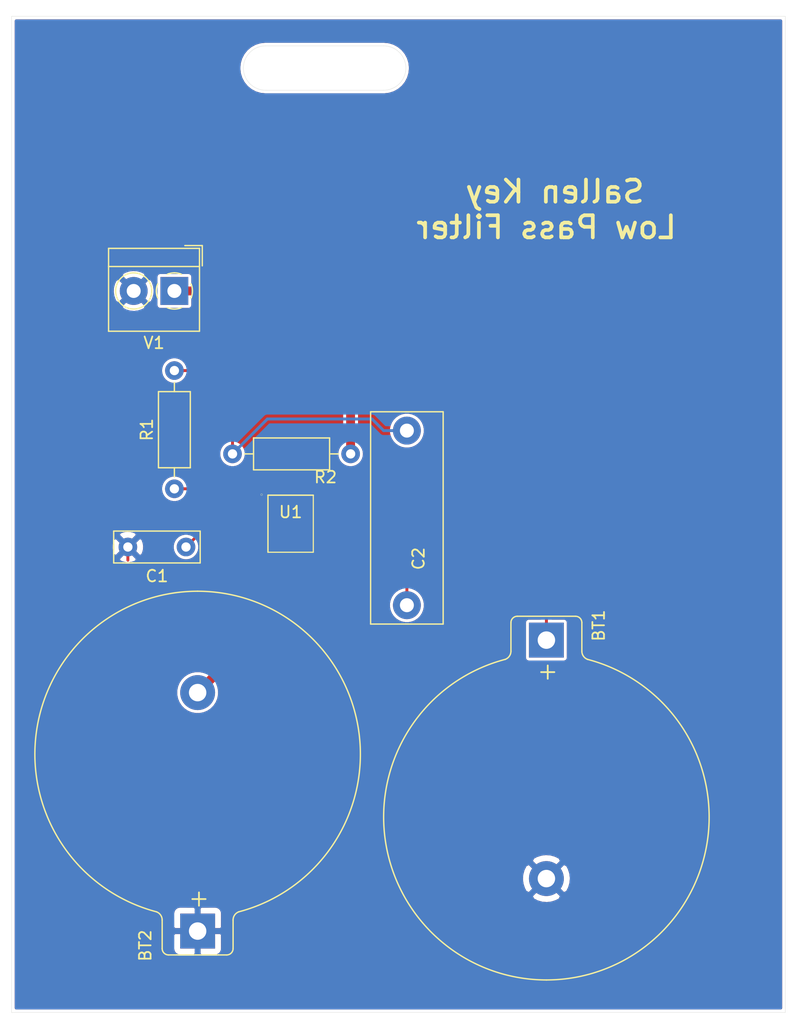
<source format=kicad_pcb>
(kicad_pcb (version 20171130) (host pcbnew "(5.1.0)-1")

  (general
    (thickness 1.6)
    (drawings 9)
    (tracks 36)
    (zones 0)
    (modules 8)
    (nets 11)
  )

  (page A4)
  (title_block
    (title "Sallen Key Low Pass Filter")
    (date 2019-06-03)
    (comment 4 "Author:- Swaroop")
  )

  (layers
    (0 F.Cu signal)
    (31 B.Cu signal)
    (32 B.Adhes user)
    (33 F.Adhes user)
    (34 B.Paste user)
    (35 F.Paste user)
    (36 B.SilkS user)
    (37 F.SilkS user)
    (38 B.Mask user)
    (39 F.Mask user)
    (40 Dwgs.User user)
    (41 Cmts.User user)
    (42 Eco1.User user)
    (43 Eco2.User user)
    (44 Edge.Cuts user)
    (45 Margin user)
    (46 B.CrtYd user)
    (47 F.CrtYd user)
    (48 B.Fab user)
    (49 F.Fab user)
  )

  (setup
    (last_trace_width 0.25)
    (trace_clearance 0.2)
    (zone_clearance 0.508)
    (zone_45_only no)
    (trace_min 0.2)
    (via_size 0.8)
    (via_drill 0.4)
    (via_min_size 0.4)
    (via_min_drill 0.3)
    (uvia_size 0.3)
    (uvia_drill 0.1)
    (uvias_allowed no)
    (uvia_min_size 0.2)
    (uvia_min_drill 0.1)
    (edge_width 0.1)
    (segment_width 0.2)
    (pcb_text_width 0.3)
    (pcb_text_size 1.5 1.5)
    (mod_edge_width 0.15)
    (mod_text_size 1 1)
    (mod_text_width 0.15)
    (pad_size 1.524 1.524)
    (pad_drill 0.762)
    (pad_to_mask_clearance 0)
    (aux_axis_origin 0 0)
    (visible_elements FFFFFF7F)
    (pcbplotparams
      (layerselection 0x010f0_ffffffff)
      (usegerberextensions false)
      (usegerberattributes false)
      (usegerberadvancedattributes false)
      (creategerberjobfile false)
      (excludeedgelayer true)
      (linewidth 0.100000)
      (plotframeref false)
      (viasonmask false)
      (mode 1)
      (useauxorigin false)
      (hpglpennumber 1)
      (hpglpenspeed 20)
      (hpglpendiameter 15.000000)
      (psnegative false)
      (psa4output false)
      (plotreference true)
      (plotvalue false)
      (plotinvisibletext false)
      (padsonsilk false)
      (subtractmaskfromsilk false)
      (outputformat 1)
      (mirror false)
      (drillshape 0)
      (scaleselection 1)
      (outputdirectory "Gerbers/"))
  )

  (net 0 "")
  (net 1 "Net-(BT1-Pad1)")
  (net 2 GND)
  (net 3 "Net-(BT2-Pad2)")
  (net 4 "Net-(C1-Pad1)")
  (net 5 "Net-(C2-Pad1)")
  (net 6 "Net-(C2-Pad2)")
  (net 7 "Net-(R2-Pad2)")
  (net 8 "Net-(U1-Pad1)")
  (net 9 "Net-(U1-Pad5)")
  (net 10 "Net-(U1-Pad8)")

  (net_class Default "This is the default net class."
    (clearance 0.2)
    (trace_width 0.25)
    (via_dia 0.8)
    (via_drill 0.4)
    (uvia_dia 0.3)
    (uvia_drill 0.1)
    (add_net GND)
    (add_net "Net-(BT1-Pad1)")
    (add_net "Net-(BT2-Pad2)")
    (add_net "Net-(C1-Pad1)")
    (add_net "Net-(C2-Pad1)")
    (add_net "Net-(C2-Pad2)")
    (add_net "Net-(R2-Pad2)")
    (add_net "Net-(U1-Pad1)")
    (add_net "Net-(U1-Pad5)")
    (add_net "Net-(U1-Pad8)")
  )

  (module Battery:BatteryHolder_Keystone_107_1x23mm (layer F.Cu) (tedit 5787C387) (tstamp 5CF3EB71)
    (at 143 120 90)
    (descr http://www.keyelco.com/product-pdf.cfm?p=746)
    (tags "Keystone type 107 battery holder")
    (path /5CF3FF6F)
    (fp_text reference BT2 (at -1.25 -4.5 90) (layer F.SilkS)
      (effects (font (size 1 1) (thickness 0.15)))
    )
    (fp_text value 3V (at 15.2 0 90) (layer F.Fab)
      (effects (font (size 1 1) (thickness 0.15)))
    )
    (fp_text user + (at 2.75 0 90) (layer F.SilkS)
      (effects (font (size 1.5 1.5) (thickness 0.15)))
    )
    (fp_text user %R (at 0 0 90) (layer F.Fab)
      (effects (font (size 1 1) (thickness 0.15)))
    )
    (fp_arc (start 15.2 0) (end 1.65 3.52) (angle -165.5) (layer F.SilkS) (width 0.12))
    (fp_arc (start 15.2 0) (end 1.8 3.5) (angle -165.5) (layer F.Fab) (width 0.1))
    (fp_arc (start 15.2 0) (end 1.65 -3.52) (angle 165.5) (layer F.SilkS) (width 0.12))
    (fp_arc (start 15.2 0) (end 1.8 -3.5) (angle 165.5) (layer F.Fab) (width 0.1))
    (fp_arc (start 0.95 3.8) (end 0.95 3.05) (angle 70) (layer F.SilkS) (width 0.12))
    (fp_arc (start 0.95 3.8) (end 0.95 2.9) (angle 70) (layer F.Fab) (width 0.1))
    (fp_arc (start 0.95 -3.8) (end 0.95 -3.05) (angle -70) (layer F.SilkS) (width 0.12))
    (fp_arc (start 0.95 -3.8) (end 0.95 -2.9) (angle -70) (layer F.Fab) (width 0.1))
    (fp_line (start 0.95 -3.05) (end -1.5 -3.05) (layer F.SilkS) (width 0.12))
    (fp_line (start -1.5 3.05) (end 0.95 3.05) (layer F.SilkS) (width 0.12))
    (fp_arc (start -1.5 -2.5) (end -2.05 -2.5) (angle 90) (layer F.SilkS) (width 0.12))
    (fp_arc (start -1.5 2.5) (end -2.05 2.5) (angle -90) (layer F.SilkS) (width 0.12))
    (fp_line (start -2.05 -2.5) (end -2.05 2.5) (layer F.SilkS) (width 0.12))
    (fp_line (start 0.95 -2.9) (end -1.5 -2.9) (layer F.Fab) (width 0.1))
    (fp_line (start -1.5 2.9) (end 0.95 2.9) (layer F.Fab) (width 0.1))
    (fp_arc (start -1.5 2.5) (end -1.9 2.5) (angle -90) (layer F.Fab) (width 0.1))
    (fp_arc (start -1.5 -2.5) (end -2.3 -2.5) (angle 90) (layer F.CrtYd) (width 0.05))
    (fp_line (start -2.3 -2.5) (end -2.3 2.5) (layer F.CrtYd) (width 0.05))
    (fp_arc (start 0.95 3.8) (end 0.95 3.3) (angle 70) (layer F.CrtYd) (width 0.05))
    (fp_arc (start 15.2 0) (end 1.41 3.6) (angle -165.5) (layer F.CrtYd) (width 0.05))
    (fp_arc (start 15.2 0) (end 1.41 -3.6) (angle 165.5) (layer F.CrtYd) (width 0.05))
    (fp_arc (start 15.2 0) (end 3.7 1.3) (angle -180) (layer F.Fab) (width 0.1))
    (fp_arc (start 15.2 0) (end 9 1.3) (angle -170) (layer F.Fab) (width 0.1))
    (fp_arc (start 15.2 0) (end 13.3 1.3) (angle -150) (layer F.Fab) (width 0.1))
    (fp_arc (start 15.2 0) (end 13.3 -1.3) (angle 150) (layer F.Fab) (width 0.1))
    (fp_arc (start 15.2 0) (end 9 -1.3) (angle 170) (layer F.Fab) (width 0.1))
    (fp_arc (start 15.2 0) (end 3.7 -1.3) (angle 180) (layer F.Fab) (width 0.1))
    (fp_line (start 0.95 -3.3) (end -1.5 -3.3) (layer F.CrtYd) (width 0.05))
    (fp_line (start -1.5 3.3) (end 0.95 3.3) (layer F.CrtYd) (width 0.05))
    (fp_line (start -1.9 -2.5) (end -1.9 2.5) (layer F.Fab) (width 0.1))
    (fp_line (start 0 1.3) (end 16.2 1.3) (layer F.Fab) (width 0.1))
    (fp_line (start 16.2 -1.3) (end 0 -1.3) (layer F.Fab) (width 0.1))
    (fp_arc (start 0.95 -3.8) (end 0.95 -3.3) (angle -70) (layer F.CrtYd) (width 0.05))
    (fp_arc (start 16.2 0) (end 16.2 -1.3) (angle 180) (layer F.Fab) (width 0.1))
    (fp_line (start 0 -1.3) (end 0 1.3) (layer F.Fab) (width 0.1))
    (fp_arc (start -1.5 2.5) (end -2.3 2.5) (angle -90) (layer F.CrtYd) (width 0.05))
    (fp_arc (start -1.5 -2.5) (end -1.9 -2.5) (angle 90) (layer F.Fab) (width 0.1))
    (fp_line (start 23.7236 7.8613) (end 25.3673 9.3907) (layer F.Fab) (width 0.1))
    (fp_line (start 23.7109 -7.8867) (end 25.3392 -9.4388) (layer F.Fab) (width 0.1))
    (pad 2 thru_hole circle (at 20.49 0 90) (size 3 3) (drill 1.5) (layers *.Cu *.Mask)
      (net 3 "Net-(BT2-Pad2)"))
    (pad 1 thru_hole rect (at 0 0 90) (size 3 3) (drill 1.5) (layers *.Cu *.Mask)
      (net 2 GND))
    (model ${KISYS3DMOD}/Battery.3dshapes/BatteryHolder_Keystone_107_1x23mm.wrl
      (at (xyz 0 0 0))
      (scale (xyz 1 1 1))
      (rotate (xyz 0 0 0))
    )
  )

  (module Battery:BatteryHolder_Keystone_107_1x23mm (layer F.Cu) (tedit 5787C387) (tstamp 5CF3EB42)
    (at 173 95 270)
    (descr http://www.keyelco.com/product-pdf.cfm?p=746)
    (tags "Keystone type 107 battery holder")
    (path /5CF406FC)
    (fp_text reference BT1 (at -1.25 -4.5 270) (layer F.SilkS)
      (effects (font (size 1 1) (thickness 0.15)))
    )
    (fp_text value 3V (at 14 0 270) (layer F.Fab)
      (effects (font (size 1 1) (thickness 0.15)))
    )
    (fp_line (start 23.7109 -7.8867) (end 25.3392 -9.4388) (layer F.Fab) (width 0.1))
    (fp_line (start 23.7236 7.8613) (end 25.3673 9.3907) (layer F.Fab) (width 0.1))
    (fp_arc (start -1.5 -2.5) (end -1.9 -2.5) (angle 90) (layer F.Fab) (width 0.1))
    (fp_arc (start -1.5 2.5) (end -2.3 2.5) (angle -90) (layer F.CrtYd) (width 0.05))
    (fp_line (start 0 -1.3) (end 0 1.3) (layer F.Fab) (width 0.1))
    (fp_arc (start 16.2 0) (end 16.2 -1.3) (angle 180) (layer F.Fab) (width 0.1))
    (fp_arc (start 0.95 -3.8) (end 0.95 -3.3) (angle -70) (layer F.CrtYd) (width 0.05))
    (fp_line (start 16.2 -1.3) (end 0 -1.3) (layer F.Fab) (width 0.1))
    (fp_line (start 0 1.3) (end 16.2 1.3) (layer F.Fab) (width 0.1))
    (fp_line (start -1.9 -2.5) (end -1.9 2.5) (layer F.Fab) (width 0.1))
    (fp_line (start -1.5 3.3) (end 0.95 3.3) (layer F.CrtYd) (width 0.05))
    (fp_line (start 0.95 -3.3) (end -1.5 -3.3) (layer F.CrtYd) (width 0.05))
    (fp_arc (start 15.2 0) (end 3.7 -1.3) (angle 180) (layer F.Fab) (width 0.1))
    (fp_arc (start 15.2 0) (end 9 -1.3) (angle 170) (layer F.Fab) (width 0.1))
    (fp_arc (start 15.2 0) (end 13.3 -1.3) (angle 150) (layer F.Fab) (width 0.1))
    (fp_arc (start 15.2 0) (end 13.3 1.3) (angle -150) (layer F.Fab) (width 0.1))
    (fp_arc (start 15.2 0) (end 9 1.3) (angle -170) (layer F.Fab) (width 0.1))
    (fp_arc (start 15.2 0) (end 3.7 1.3) (angle -180) (layer F.Fab) (width 0.1))
    (fp_arc (start 15.2 0) (end 1.41 -3.6) (angle 165.5) (layer F.CrtYd) (width 0.05))
    (fp_arc (start 15.2 0) (end 1.41 3.6) (angle -165.5) (layer F.CrtYd) (width 0.05))
    (fp_arc (start 0.95 3.8) (end 0.95 3.3) (angle 70) (layer F.CrtYd) (width 0.05))
    (fp_line (start -2.3 -2.5) (end -2.3 2.5) (layer F.CrtYd) (width 0.05))
    (fp_arc (start -1.5 -2.5) (end -2.3 -2.5) (angle 90) (layer F.CrtYd) (width 0.05))
    (fp_arc (start -1.5 2.5) (end -1.9 2.5) (angle -90) (layer F.Fab) (width 0.1))
    (fp_line (start -1.5 2.9) (end 0.95 2.9) (layer F.Fab) (width 0.1))
    (fp_line (start 0.95 -2.9) (end -1.5 -2.9) (layer F.Fab) (width 0.1))
    (fp_line (start -2.05 -2.5) (end -2.05 2.5) (layer F.SilkS) (width 0.12))
    (fp_arc (start -1.5 2.5) (end -2.05 2.5) (angle -90) (layer F.SilkS) (width 0.12))
    (fp_arc (start -1.5 -2.5) (end -2.05 -2.5) (angle 90) (layer F.SilkS) (width 0.12))
    (fp_line (start -1.5 3.05) (end 0.95 3.05) (layer F.SilkS) (width 0.12))
    (fp_line (start 0.95 -3.05) (end -1.5 -3.05) (layer F.SilkS) (width 0.12))
    (fp_arc (start 0.95 -3.8) (end 0.95 -2.9) (angle -70) (layer F.Fab) (width 0.1))
    (fp_arc (start 0.95 -3.8) (end 0.95 -3.05) (angle -70) (layer F.SilkS) (width 0.12))
    (fp_arc (start 0.95 3.8) (end 0.95 2.9) (angle 70) (layer F.Fab) (width 0.1))
    (fp_arc (start 0.95 3.8) (end 0.95 3.05) (angle 70) (layer F.SilkS) (width 0.12))
    (fp_arc (start 15.2 0) (end 1.8 -3.5) (angle 165.5) (layer F.Fab) (width 0.1))
    (fp_arc (start 15.2 0) (end 1.65 -3.52) (angle 165.5) (layer F.SilkS) (width 0.12))
    (fp_arc (start 15.2 0) (end 1.8 3.5) (angle -165.5) (layer F.Fab) (width 0.1))
    (fp_arc (start 15.2 0) (end 1.65 3.52) (angle -165.5) (layer F.SilkS) (width 0.12))
    (fp_text user %R (at 0 0 270) (layer F.Fab)
      (effects (font (size 1 1) (thickness 0.15)))
    )
    (fp_text user + (at 2.75 0 270) (layer F.SilkS)
      (effects (font (size 1.5 1.5) (thickness 0.15)))
    )
    (pad 1 thru_hole rect (at 0 0 270) (size 3 3) (drill 1.5) (layers *.Cu *.Mask)
      (net 1 "Net-(BT1-Pad1)"))
    (pad 2 thru_hole circle (at 20.49 0 270) (size 3 3) (drill 1.5) (layers *.Cu *.Mask)
      (net 2 GND))
    (model ${KISYS3DMOD}/Battery.3dshapes/BatteryHolder_Keystone_107_1x23mm.wrl
      (at (xyz 0 0 0))
      (scale (xyz 1 1 1))
      (rotate (xyz 0 0 0))
    )
  )

  (module Capacitor_THT:C_Rect_L7.2mm_W2.5mm_P5.00mm_FKS2_FKP2_MKS2_MKP2 (layer F.Cu) (tedit 5AE50EF0) (tstamp 5CF3EB84)
    (at 142 87 180)
    (descr "C, Rect series, Radial, pin pitch=5.00mm, , length*width=7.2*2.5mm^2, Capacitor, http://www.wima.com/EN/WIMA_FKS_2.pdf")
    (tags "C Rect series Radial pin pitch 5.00mm  length 7.2mm width 2.5mm Capacitor")
    (path /5CF1212C)
    (fp_text reference C1 (at 2.5 -2.5 180) (layer F.SilkS)
      (effects (font (size 1 1) (thickness 0.15)))
    )
    (fp_text value 2.2n (at 2.5 0 180) (layer F.Fab)
      (effects (font (size 1 1) (thickness 0.15)))
    )
    (fp_line (start -1.1 -1.25) (end -1.1 1.25) (layer F.Fab) (width 0.1))
    (fp_line (start -1.1 1.25) (end 6.1 1.25) (layer F.Fab) (width 0.1))
    (fp_line (start 6.1 1.25) (end 6.1 -1.25) (layer F.Fab) (width 0.1))
    (fp_line (start 6.1 -1.25) (end -1.1 -1.25) (layer F.Fab) (width 0.1))
    (fp_line (start -1.22 -1.37) (end 6.22 -1.37) (layer F.SilkS) (width 0.12))
    (fp_line (start -1.22 1.37) (end 6.22 1.37) (layer F.SilkS) (width 0.12))
    (fp_line (start -1.22 -1.37) (end -1.22 1.37) (layer F.SilkS) (width 0.12))
    (fp_line (start 6.22 -1.37) (end 6.22 1.37) (layer F.SilkS) (width 0.12))
    (fp_line (start -1.35 -1.5) (end -1.35 1.5) (layer F.CrtYd) (width 0.05))
    (fp_line (start -1.35 1.5) (end 6.35 1.5) (layer F.CrtYd) (width 0.05))
    (fp_line (start 6.35 1.5) (end 6.35 -1.5) (layer F.CrtYd) (width 0.05))
    (fp_line (start 6.35 -1.5) (end -1.35 -1.5) (layer F.CrtYd) (width 0.05))
    (fp_text user %R (at 2 2 180) (layer F.Fab)
      (effects (font (size 1 1) (thickness 0.15)))
    )
    (pad 1 thru_hole circle (at 0 0 180) (size 1.6 1.6) (drill 0.8) (layers *.Cu *.Mask)
      (net 4 "Net-(C1-Pad1)"))
    (pad 2 thru_hole circle (at 5 0 180) (size 1.6 1.6) (drill 0.8) (layers *.Cu *.Mask)
      (net 2 GND))
    (model ${KISYS3DMOD}/Capacitor_THT.3dshapes/C_Rect_L7.2mm_W2.5mm_P5.00mm_FKS2_FKP2_MKS2_MKP2.wrl
      (at (xyz 0 0 0))
      (scale (xyz 1 1 1))
      (rotate (xyz 0 0 0))
    )
  )

  (module Capacitor_THT:C_Rect_L18.0mm_W6.0mm_P15.00mm_FKS3_FKP3 (layer F.Cu) (tedit 5AE50EF0) (tstamp 5CF3EB97)
    (at 161 92 90)
    (descr "C, Rect series, Radial, pin pitch=15.00mm, , length*width=18*6mm^2, Capacitor, http://www.wima.com/EN/WIMA_FKS_3.pdf")
    (tags "C Rect series Radial pin pitch 15.00mm  length 18mm width 6mm Capacitor")
    (path /5CF11D1E)
    (fp_text reference C2 (at 4 1 90) (layer F.SilkS)
      (effects (font (size 1 1) (thickness 0.15)))
    )
    (fp_text value 5.1n (at 7.5 1 90) (layer F.Fab)
      (effects (font (size 1 1) (thickness 0.15)))
    )
    (fp_line (start -1.5 -3) (end -1.5 3) (layer F.Fab) (width 0.1))
    (fp_line (start -1.5 3) (end 16.5 3) (layer F.Fab) (width 0.1))
    (fp_line (start 16.5 3) (end 16.5 -3) (layer F.Fab) (width 0.1))
    (fp_line (start 16.5 -3) (end -1.5 -3) (layer F.Fab) (width 0.1))
    (fp_line (start -1.62 -3.12) (end 16.62 -3.12) (layer F.SilkS) (width 0.12))
    (fp_line (start -1.62 3.12) (end 16.62 3.12) (layer F.SilkS) (width 0.12))
    (fp_line (start -1.62 -3.12) (end -1.62 3.12) (layer F.SilkS) (width 0.12))
    (fp_line (start 16.62 -3.12) (end 16.62 3.12) (layer F.SilkS) (width 0.12))
    (fp_line (start -1.75 -3.25) (end -1.75 3.25) (layer F.CrtYd) (width 0.05))
    (fp_line (start -1.75 3.25) (end 16.75 3.25) (layer F.CrtYd) (width 0.05))
    (fp_line (start 16.75 3.25) (end 16.75 -3.25) (layer F.CrtYd) (width 0.05))
    (fp_line (start 16.75 -3.25) (end -1.75 -3.25) (layer F.CrtYd) (width 0.05))
    (fp_text user %R (at 7.5 -1 90) (layer F.Fab)
      (effects (font (size 1 1) (thickness 0.15)))
    )
    (pad 1 thru_hole circle (at 0 0 90) (size 2.4 2.4) (drill 1.2) (layers *.Cu *.Mask)
      (net 5 "Net-(C2-Pad1)"))
    (pad 2 thru_hole circle (at 15 0 90) (size 2.4 2.4) (drill 1.2) (layers *.Cu *.Mask)
      (net 6 "Net-(C2-Pad2)"))
    (model ${KISYS3DMOD}/Capacitor_THT.3dshapes/C_Rect_L18.0mm_W6.0mm_P15.00mm_FKS3_FKP3.wrl
      (at (xyz 0 0 0))
      (scale (xyz 1 1 1))
      (rotate (xyz 0 0 0))
    )
  )

  (module Resistor_THT:R_Axial_DIN0207_L6.3mm_D2.5mm_P10.16mm_Horizontal (layer F.Cu) (tedit 5AE5139B) (tstamp 5CF3EBAE)
    (at 141 82 90)
    (descr "Resistor, Axial_DIN0207 series, Axial, Horizontal, pin pitch=10.16mm, 0.25W = 1/4W, length*diameter=6.3*2.5mm^2, http://cdn-reichelt.de/documents/datenblatt/B400/1_4W%23YAG.pdf")
    (tags "Resistor Axial_DIN0207 series Axial Horizontal pin pitch 10.16mm 0.25W = 1/4W length 6.3mm diameter 2.5mm")
    (path /5CF12A22)
    (fp_text reference R1 (at 5.08 -2.37 90) (layer F.SilkS)
      (effects (font (size 1 1) (thickness 0.15)))
    )
    (fp_text value 2K (at 5.08 0 90) (layer F.Fab)
      (effects (font (size 1 1) (thickness 0.15)))
    )
    (fp_text user %R (at 5 3 90) (layer F.Fab)
      (effects (font (size 1 1) (thickness 0.15)))
    )
    (fp_line (start 11.21 -1.5) (end -1.05 -1.5) (layer F.CrtYd) (width 0.05))
    (fp_line (start 11.21 1.5) (end 11.21 -1.5) (layer F.CrtYd) (width 0.05))
    (fp_line (start -1.05 1.5) (end 11.21 1.5) (layer F.CrtYd) (width 0.05))
    (fp_line (start -1.05 -1.5) (end -1.05 1.5) (layer F.CrtYd) (width 0.05))
    (fp_line (start 9.12 0) (end 8.35 0) (layer F.SilkS) (width 0.12))
    (fp_line (start 1.04 0) (end 1.81 0) (layer F.SilkS) (width 0.12))
    (fp_line (start 8.35 -1.37) (end 1.81 -1.37) (layer F.SilkS) (width 0.12))
    (fp_line (start 8.35 1.37) (end 8.35 -1.37) (layer F.SilkS) (width 0.12))
    (fp_line (start 1.81 1.37) (end 8.35 1.37) (layer F.SilkS) (width 0.12))
    (fp_line (start 1.81 -1.37) (end 1.81 1.37) (layer F.SilkS) (width 0.12))
    (fp_line (start 10.16 0) (end 8.23 0) (layer F.Fab) (width 0.1))
    (fp_line (start 0 0) (end 1.93 0) (layer F.Fab) (width 0.1))
    (fp_line (start 8.23 -1.25) (end 1.93 -1.25) (layer F.Fab) (width 0.1))
    (fp_line (start 8.23 1.25) (end 8.23 -1.25) (layer F.Fab) (width 0.1))
    (fp_line (start 1.93 1.25) (end 8.23 1.25) (layer F.Fab) (width 0.1))
    (fp_line (start 1.93 -1.25) (end 1.93 1.25) (layer F.Fab) (width 0.1))
    (pad 2 thru_hole oval (at 10.16 0 90) (size 1.6 1.6) (drill 0.8) (layers *.Cu *.Mask)
      (net 6 "Net-(C2-Pad2)"))
    (pad 1 thru_hole circle (at 0 0 90) (size 1.6 1.6) (drill 0.8) (layers *.Cu *.Mask)
      (net 4 "Net-(C1-Pad1)"))
    (model ${KISYS3DMOD}/Resistor_THT.3dshapes/R_Axial_DIN0207_L6.3mm_D2.5mm_P10.16mm_Horizontal.wrl
      (at (xyz 0 0 0))
      (scale (xyz 1 1 1))
      (rotate (xyz 0 0 0))
    )
  )

  (module Resistor_THT:R_Axial_DIN0207_L6.3mm_D2.5mm_P10.16mm_Horizontal (layer F.Cu) (tedit 5AE5139B) (tstamp 5CF3EBC5)
    (at 146 79)
    (descr "Resistor, Axial_DIN0207 series, Axial, Horizontal, pin pitch=10.16mm, 0.25W = 1/4W, length*diameter=6.3*2.5mm^2, http://cdn-reichelt.de/documents/datenblatt/B400/1_4W%23YAG.pdf")
    (tags "Resistor Axial_DIN0207 series Axial Horizontal pin pitch 10.16mm 0.25W = 1/4W length 6.3mm diameter 2.5mm")
    (path /5CF126FC)
    (fp_text reference R2 (at 8 2) (layer F.SilkS)
      (effects (font (size 1 1) (thickness 0.15)))
    )
    (fp_text value 110 (at 5.08 0) (layer F.Fab)
      (effects (font (size 1 1) (thickness 0.15)))
    )
    (fp_line (start 1.93 -1.25) (end 1.93 1.25) (layer F.Fab) (width 0.1))
    (fp_line (start 1.93 1.25) (end 8.23 1.25) (layer F.Fab) (width 0.1))
    (fp_line (start 8.23 1.25) (end 8.23 -1.25) (layer F.Fab) (width 0.1))
    (fp_line (start 8.23 -1.25) (end 1.93 -1.25) (layer F.Fab) (width 0.1))
    (fp_line (start 0 0) (end 1.93 0) (layer F.Fab) (width 0.1))
    (fp_line (start 10.16 0) (end 8.23 0) (layer F.Fab) (width 0.1))
    (fp_line (start 1.81 -1.37) (end 1.81 1.37) (layer F.SilkS) (width 0.12))
    (fp_line (start 1.81 1.37) (end 8.35 1.37) (layer F.SilkS) (width 0.12))
    (fp_line (start 8.35 1.37) (end 8.35 -1.37) (layer F.SilkS) (width 0.12))
    (fp_line (start 8.35 -1.37) (end 1.81 -1.37) (layer F.SilkS) (width 0.12))
    (fp_line (start 1.04 0) (end 1.81 0) (layer F.SilkS) (width 0.12))
    (fp_line (start 9.12 0) (end 8.35 0) (layer F.SilkS) (width 0.12))
    (fp_line (start -1.05 -1.5) (end -1.05 1.5) (layer F.CrtYd) (width 0.05))
    (fp_line (start -1.05 1.5) (end 11.21 1.5) (layer F.CrtYd) (width 0.05))
    (fp_line (start 11.21 1.5) (end 11.21 -1.5) (layer F.CrtYd) (width 0.05))
    (fp_line (start 11.21 -1.5) (end -1.05 -1.5) (layer F.CrtYd) (width 0.05))
    (fp_text user %R (at 5.08 -2 180) (layer F.Fab)
      (effects (font (size 1 1) (thickness 0.15)))
    )
    (pad 1 thru_hole circle (at 0 0) (size 1.6 1.6) (drill 0.8) (layers *.Cu *.Mask)
      (net 6 "Net-(C2-Pad2)"))
    (pad 2 thru_hole oval (at 10.16 0) (size 1.6 1.6) (drill 0.8) (layers *.Cu *.Mask)
      (net 7 "Net-(R2-Pad2)"))
    (model ${KISYS3DMOD}/Resistor_THT.3dshapes/R_Axial_DIN0207_L6.3mm_D2.5mm_P10.16mm_Horizontal.wrl
      (at (xyz 0 0 0))
      (scale (xyz 1 1 1))
      (rotate (xyz 0 0 0))
    )
  )

  (module AD8051:AD8051-SOIC-8 (layer F.Cu) (tedit 5CF155E3) (tstamp 5CF3EBD7)
    (at 151 85)
    (path /5CF3A31C)
    (fp_text reference U1 (at 0 -1) (layer F.SilkS)
      (effects (font (size 1 1) (thickness 0.15)))
    )
    (fp_text value AD8051_AD8051 (at 0 3) (layer F.Fab)
      (effects (font (size 1 1) (thickness 0.15)))
    )
    (fp_line (start -1.95 -2.45) (end 1.95 -2.45) (layer F.SilkS) (width 0.1))
    (fp_line (start 1.95 -2.45) (end 1.95 2.45) (layer F.SilkS) (width 0.1))
    (fp_line (start 1.95 2.45) (end -1.95 2.45) (layer F.SilkS) (width 0.1))
    (fp_line (start -1.95 2.45) (end -1.95 -2.45) (layer F.SilkS) (width 0.12))
    (fp_line (start -1.95 -2.45) (end 1.95 -2.45) (layer F.SilkS) (width 0.12))
    (fp_circle (center -2.5 -2.5) (end -2.42 -2.5) (layer F.SilkS) (width 0.02))
    (pad 1 smd rect (at -2.55 -1.905 180) (size 1.1 0.51) (layers F.Cu F.Paste F.Mask)
      (net 8 "Net-(U1-Pad1)"))
    (pad 2 smd rect (at -2.55 -0.635 180) (size 1.1 0.51) (layers F.Cu F.Paste F.Mask)
      (net 5 "Net-(C2-Pad1)"))
    (pad 3 smd rect (at -2.55 0.635 180) (size 1.1 0.51) (layers F.Cu F.Paste F.Mask)
      (net 4 "Net-(C1-Pad1)"))
    (pad 4 smd rect (at -2.55 1.905 180) (size 1.1 0.51) (layers F.Cu F.Paste F.Mask)
      (net 3 "Net-(BT2-Pad2)"))
    (pad 5 smd rect (at 2.55 1.905 180) (size 1.1 0.51) (layers F.Cu F.Paste F.Mask)
      (net 9 "Net-(U1-Pad5)"))
    (pad 6 smd rect (at 2.55 0.635 180) (size 1.1 0.51) (layers F.Cu F.Paste F.Mask)
      (net 5 "Net-(C2-Pad1)"))
    (pad 7 smd rect (at 2.55 -0.635 180) (size 1.1 0.51) (layers F.Cu F.Paste F.Mask)
      (net 1 "Net-(BT1-Pad1)"))
    (pad 8 smd rect (at 2.55 -1.905 180) (size 1.1 0.51) (layers F.Cu F.Paste F.Mask)
      (net 10 "Net-(U1-Pad8)"))
  )

  (module TerminalBlock_4Ucon:TerminalBlock_4Ucon_1x02_P3.50mm_Horizontal (layer F.Cu) (tedit 5B294E91) (tstamp 5CF3EC0F)
    (at 141 65 180)
    (descr "Terminal Block 4Ucon ItemNo. 19963, 2 pins, pitch 3.5mm, size 7.7x7mm^2, drill diamater 1.2mm, pad diameter 2.4mm, see http://www.4uconnector.com/online/object/4udrawing/19963.pdf, script-generated using https://github.com/pointhi/kicad-footprint-generator/scripts/TerminalBlock_4Ucon")
    (tags "THT Terminal Block 4Ucon ItemNo. 19963 pitch 3.5mm size 7.7x7mm^2 drill 1.2mm pad 2.4mm")
    (path /5CF140BE)
    (fp_text reference V1 (at 1.75 -4.46 180) (layer F.SilkS)
      (effects (font (size 1 1) (thickness 0.15)))
    )
    (fp_text value "AC 1" (at 1.75 4.66 180) (layer F.Fab)
      (effects (font (size 1 1) (thickness 0.15)))
    )
    (fp_arc (start 0 0) (end 0 1.555) (angle -23) (layer F.SilkS) (width 0.12))
    (fp_arc (start 0 0) (end 1.432 0.608) (angle -46) (layer F.SilkS) (width 0.12))
    (fp_arc (start 0 0) (end 0.608 -1.432) (angle -46) (layer F.SilkS) (width 0.12))
    (fp_arc (start 0 0) (end -1.432 -0.608) (angle -46) (layer F.SilkS) (width 0.12))
    (fp_arc (start 0 0) (end -0.608 1.432) (angle -24) (layer F.SilkS) (width 0.12))
    (fp_circle (center 0 0) (end 1.375 0) (layer F.Fab) (width 0.1))
    (fp_circle (center 3.5 0) (end 4.875 0) (layer F.Fab) (width 0.1))
    (fp_circle (center 3.5 0) (end 5.055 0) (layer F.SilkS) (width 0.12))
    (fp_line (start -2.1 -3.4) (end 5.6 -3.4) (layer F.Fab) (width 0.1))
    (fp_line (start 5.6 -3.4) (end 5.6 3.6) (layer F.Fab) (width 0.1))
    (fp_line (start 5.6 3.6) (end -0.6 3.6) (layer F.Fab) (width 0.1))
    (fp_line (start -0.6 3.6) (end -2.1 2.1) (layer F.Fab) (width 0.1))
    (fp_line (start -2.1 2.1) (end -2.1 -3.4) (layer F.Fab) (width 0.1))
    (fp_line (start -2.1 2.1) (end 5.6 2.1) (layer F.Fab) (width 0.1))
    (fp_line (start -2.16 2.1) (end 5.66 2.1) (layer F.SilkS) (width 0.12))
    (fp_line (start -2.16 -3.46) (end 5.66 -3.46) (layer F.SilkS) (width 0.12))
    (fp_line (start -2.16 3.66) (end 5.66 3.66) (layer F.SilkS) (width 0.12))
    (fp_line (start -2.16 -3.46) (end -2.16 3.66) (layer F.SilkS) (width 0.12))
    (fp_line (start 5.66 -3.46) (end 5.66 3.66) (layer F.SilkS) (width 0.12))
    (fp_line (start -1.1 -0.069) (end -0.069 -0.069) (layer F.Fab) (width 0.1))
    (fp_line (start -0.069 -0.069) (end -0.069 -1.1) (layer F.Fab) (width 0.1))
    (fp_line (start -0.069 -1.1) (end 0.069 -1.1) (layer F.Fab) (width 0.1))
    (fp_line (start 0.069 -1.1) (end 0.069 -0.069) (layer F.Fab) (width 0.1))
    (fp_line (start 0.069 -0.069) (end 1.1 -0.069) (layer F.Fab) (width 0.1))
    (fp_line (start 1.1 -0.069) (end 1.1 0.069) (layer F.Fab) (width 0.1))
    (fp_line (start 1.1 0.069) (end 0.069 0.069) (layer F.Fab) (width 0.1))
    (fp_line (start 0.069 0.069) (end 0.069 1.1) (layer F.Fab) (width 0.1))
    (fp_line (start 0.069 1.1) (end -0.069 1.1) (layer F.Fab) (width 0.1))
    (fp_line (start -0.069 1.1) (end -0.069 0.069) (layer F.Fab) (width 0.1))
    (fp_line (start -0.069 0.069) (end -1.1 0.069) (layer F.Fab) (width 0.1))
    (fp_line (start -1.1 0.069) (end -1.1 -0.069) (layer F.Fab) (width 0.1))
    (fp_line (start 2.4 -0.069) (end 3.431 -0.069) (layer F.Fab) (width 0.1))
    (fp_line (start 3.431 -0.069) (end 3.431 -1.1) (layer F.Fab) (width 0.1))
    (fp_line (start 3.431 -1.1) (end 3.569 -1.1) (layer F.Fab) (width 0.1))
    (fp_line (start 3.569 -1.1) (end 3.569 -0.069) (layer F.Fab) (width 0.1))
    (fp_line (start 3.569 -0.069) (end 4.6 -0.069) (layer F.Fab) (width 0.1))
    (fp_line (start 4.6 -0.069) (end 4.6 0.069) (layer F.Fab) (width 0.1))
    (fp_line (start 4.6 0.069) (end 3.569 0.069) (layer F.Fab) (width 0.1))
    (fp_line (start 3.569 0.069) (end 3.569 1.1) (layer F.Fab) (width 0.1))
    (fp_line (start 3.569 1.1) (end 3.431 1.1) (layer F.Fab) (width 0.1))
    (fp_line (start 3.431 1.1) (end 3.431 0.069) (layer F.Fab) (width 0.1))
    (fp_line (start 3.431 0.069) (end 2.4 0.069) (layer F.Fab) (width 0.1))
    (fp_line (start 2.4 0.069) (end 2.4 -0.069) (layer F.Fab) (width 0.1))
    (fp_line (start -2.4 2.16) (end -2.4 3.9) (layer F.SilkS) (width 0.12))
    (fp_line (start -2.4 3.9) (end -0.9 3.9) (layer F.SilkS) (width 0.12))
    (fp_line (start -2.6 -3.9) (end -2.6 4.1) (layer F.CrtYd) (width 0.05))
    (fp_line (start -2.6 4.1) (end 6.1 4.1) (layer F.CrtYd) (width 0.05))
    (fp_line (start 6.1 4.1) (end 6.1 -3.9) (layer F.CrtYd) (width 0.05))
    (fp_line (start 6.1 -3.9) (end -2.6 -3.9) (layer F.CrtYd) (width 0.05))
    (fp_text user %R (at 1.75 2.9 180) (layer F.Fab)
      (effects (font (size 1 1) (thickness 0.15)))
    )
    (pad 1 thru_hole rect (at 0 0 180) (size 2.4 2.4) (drill 1.2) (layers *.Cu *.Mask)
      (net 7 "Net-(R2-Pad2)"))
    (pad 2 thru_hole circle (at 3.5 0 180) (size 2.4 2.4) (drill 1.2) (layers *.Cu *.Mask)
      (net 2 GND))
    (model ${KISYS3DMOD}/TerminalBlock_4Ucon.3dshapes/TerminalBlock_4Ucon_1x02_P3.50mm_Horizontal.wrl
      (at (xyz 0 0 0))
      (scale (xyz 1 1 1))
      (rotate (xyz 0 0 0))
    )
  )

  (gr_text "Sallen Key \nLow Pass Filter" (at 173 58) (layer F.SilkS)
    (effects (font (size 1.905 1.905) (thickness 0.3175)) (justify mirror))
  )
  (gr_arc (start 148.844 45.847) (end 148.844 43.942) (angle -180) (layer Edge.Cuts) (width 0.0254))
  (gr_arc (start 159.004 45.847) (end 159.004 43.942) (angle 180) (layer Edge.Cuts) (width 0.0254))
  (gr_line (start 148.844 47.752) (end 159.004 47.752) (layer Edge.Cuts) (width 0.0254))
  (gr_line (start 148.844 43.942) (end 159.004 43.942) (layer Edge.Cuts) (width 0.0254))
  (gr_line (start 127 41.402) (end 193.548 41.402) (layer Edge.Cuts) (width 0.0254))
  (gr_line (start 193.548 41.402) (end 193.548 127) (layer Edge.Cuts) (width 0.0254))
  (gr_line (start 193.548 127) (end 127 127) (layer Edge.Cuts) (width 0.0254))
  (gr_line (start 127 127) (end 127 41.402) (layer Edge.Cuts) (width 0.0254))

  (segment (start 153.55 84.365) (end 166.365 84.365) (width 0.25) (layer F.Cu) (net 1))
  (segment (start 173 91) (end 173 95) (width 0.25) (layer F.Cu) (net 1))
  (segment (start 166.365 84.365) (end 173 91) (width 0.25) (layer F.Cu) (net 1))
  (segment (start 137 88.13137) (end 137 87) (width 0.25) (layer F.Cu) (net 2))
  (segment (start 143 120) (end 143 118.25) (width 0.25) (layer F.Cu) (net 2))
  (segment (start 137 65.5) (end 137.5 65) (width 0.25) (layer F.Cu) (net 2))
  (segment (start 146.45 87.41) (end 146.45 86.905) (width 0.762) (layer F.Cu) (net 3))
  (segment (start 146.45 96.06) (end 146.45 87.41) (width 0.762) (layer F.Cu) (net 3))
  (segment (start 143 99.51) (end 146.45 96.06) (width 0.762) (layer F.Cu) (net 3))
  (segment (start 146.45 86.905) (end 148.45 86.905) (width 0.762) (layer F.Cu) (net 3))
  (segment (start 142 87) (end 143.365 85.635) (width 0.25) (layer F.Cu) (net 4))
  (segment (start 141 82) (end 143 82) (width 0.25) (layer F.Cu) (net 4))
  (segment (start 145.365 84.365) (end 145.365 85.635) (width 0.25) (layer F.Cu) (net 4))
  (segment (start 143 82) (end 145.365 84.365) (width 0.25) (layer F.Cu) (net 4))
  (segment (start 143.365 85.635) (end 145.365 85.635) (width 0.25) (layer F.Cu) (net 4))
  (segment (start 145.365 85.635) (end 148.45 85.635) (width 0.25) (layer F.Cu) (net 4))
  (segment (start 153.255 85.635) (end 153.55 85.635) (width 0.25) (layer F.Cu) (net 5))
  (segment (start 152.75 85.13) (end 153.255 85.635) (width 0.25) (layer F.Cu) (net 5))
  (segment (start 152.75 84.835) (end 152.75 85.13) (width 0.25) (layer F.Cu) (net 5))
  (segment (start 152.28 84.365) (end 152.75 84.835) (width 0.25) (layer F.Cu) (net 5))
  (segment (start 148.45 84.365) (end 152.28 84.365) (width 0.25) (layer F.Cu) (net 5))
  (segment (start 161 90.302944) (end 161 92) (width 0.25) (layer F.Cu) (net 5))
  (segment (start 161 90) (end 161 90.302944) (width 0.25) (layer F.Cu) (net 5))
  (segment (start 156.635 85.635) (end 161 90) (width 0.25) (layer F.Cu) (net 5))
  (segment (start 153.55 85.635) (end 156.635 85.635) (width 0.25) (layer F.Cu) (net 5))
  (segment (start 146 79) (end 149 76) (width 0.25) (layer B.Cu) (net 6))
  (segment (start 149 76) (end 158 76) (width 0.25) (layer B.Cu) (net 6))
  (segment (start 159 77) (end 161 77) (width 0.25) (layer B.Cu) (net 6))
  (segment (start 158 76) (end 159 77) (width 0.25) (layer B.Cu) (net 6))
  (segment (start 141 71.84) (end 144.84 71.84) (width 0.25) (layer F.Cu) (net 6))
  (segment (start 146 77.86863) (end 146 79) (width 0.25) (layer F.Cu) (net 6))
  (segment (start 146 73) (end 146 77.86863) (width 0.25) (layer F.Cu) (net 6))
  (segment (start 144.84 71.84) (end 146 73) (width 0.25) (layer F.Cu) (net 6))
  (segment (start 141 65) (end 148 65) (width 0.762) (layer F.Cu) (net 7))
  (segment (start 156.16 73.16) (end 156.16 79) (width 0.762) (layer F.Cu) (net 7))
  (segment (start 148 65) (end 156.16 73.16) (width 0.762) (layer F.Cu) (net 7))

  (zone (net 2) (net_name GND) (layer F.Cu) (tstamp 5CF41BC3) (hatch edge 0.508)
    (connect_pads (clearance 0.254))
    (min_thickness 0.254)
    (fill yes (arc_segments 32) (thermal_gap 0.508) (thermal_bridge_width 0.508))
    (polygon
      (pts
        (xy 126 128) (xy 126 40) (xy 195 40) (xy 195 128)
      )
    )
    (filled_polygon
      (pts
        (xy 193.154301 126.6063) (xy 127.3937 126.6063) (xy 127.3937 121.5) (xy 140.861928 121.5) (xy 140.874188 121.624482)
        (xy 140.910498 121.74418) (xy 140.969463 121.854494) (xy 141.048815 121.951185) (xy 141.145506 122.030537) (xy 141.25582 122.089502)
        (xy 141.375518 122.125812) (xy 141.5 122.138072) (xy 142.71425 122.135) (xy 142.873 121.97625) (xy 142.873 120.127)
        (xy 143.127 120.127) (xy 143.127 121.97625) (xy 143.28575 122.135) (xy 144.5 122.138072) (xy 144.624482 122.125812)
        (xy 144.74418 122.089502) (xy 144.854494 122.030537) (xy 144.951185 121.951185) (xy 145.030537 121.854494) (xy 145.089502 121.74418)
        (xy 145.125812 121.624482) (xy 145.138072 121.5) (xy 145.135 120.28575) (xy 144.97625 120.127) (xy 143.127 120.127)
        (xy 142.873 120.127) (xy 141.02375 120.127) (xy 140.865 120.28575) (xy 140.861928 121.5) (xy 127.3937 121.5)
        (xy 127.3937 118.5) (xy 140.861928 118.5) (xy 140.865 119.71425) (xy 141.02375 119.873) (xy 142.873 119.873)
        (xy 142.873 118.02375) (xy 143.127 118.02375) (xy 143.127 119.873) (xy 144.97625 119.873) (xy 145.135 119.71425)
        (xy 145.138072 118.5) (xy 145.125812 118.375518) (xy 145.089502 118.25582) (xy 145.030537 118.145506) (xy 144.951185 118.048815)
        (xy 144.854494 117.969463) (xy 144.74418 117.910498) (xy 144.624482 117.874188) (xy 144.5 117.861928) (xy 143.28575 117.865)
        (xy 143.127 118.02375) (xy 142.873 118.02375) (xy 142.71425 117.865) (xy 141.5 117.861928) (xy 141.375518 117.874188)
        (xy 141.25582 117.910498) (xy 141.145506 117.969463) (xy 141.048815 118.048815) (xy 140.969463 118.145506) (xy 140.910498 118.25582)
        (xy 140.874188 118.375518) (xy 140.861928 118.5) (xy 127.3937 118.5) (xy 127.3937 116.981653) (xy 171.687952 116.981653)
        (xy 171.843962 117.297214) (xy 172.218745 117.48802) (xy 172.623551 117.602044) (xy 173.042824 117.634902) (xy 173.460451 117.585334)
        (xy 173.860383 117.455243) (xy 174.156038 117.297214) (xy 174.312048 116.981653) (xy 173 115.669605) (xy 171.687952 116.981653)
        (xy 127.3937 116.981653) (xy 127.3937 115.532824) (xy 170.855098 115.532824) (xy 170.904666 115.950451) (xy 171.034757 116.350383)
        (xy 171.192786 116.646038) (xy 171.508347 116.802048) (xy 172.820395 115.49) (xy 173.179605 115.49) (xy 174.491653 116.802048)
        (xy 174.807214 116.646038) (xy 174.99802 116.271255) (xy 175.112044 115.866449) (xy 175.144902 115.447176) (xy 175.095334 115.029549)
        (xy 174.965243 114.629617) (xy 174.807214 114.333962) (xy 174.491653 114.177952) (xy 173.179605 115.49) (xy 172.820395 115.49)
        (xy 171.508347 114.177952) (xy 171.192786 114.333962) (xy 171.00198 114.708745) (xy 170.887956 115.113551) (xy 170.855098 115.532824)
        (xy 127.3937 115.532824) (xy 127.3937 113.998347) (xy 171.687952 113.998347) (xy 173 115.310395) (xy 174.312048 113.998347)
        (xy 174.156038 113.682786) (xy 173.781255 113.49198) (xy 173.376449 113.377956) (xy 172.957176 113.345098) (xy 172.539549 113.394666)
        (xy 172.139617 113.524757) (xy 171.843962 113.682786) (xy 171.687952 113.998347) (xy 127.3937 113.998347) (xy 127.3937 87.992702)
        (xy 136.186903 87.992702) (xy 136.258486 88.236671) (xy 136.513996 88.357571) (xy 136.788184 88.4263) (xy 137.070512 88.440217)
        (xy 137.35013 88.398787) (xy 137.616292 88.303603) (xy 137.741514 88.236671) (xy 137.813097 87.992702) (xy 137 87.179605)
        (xy 136.186903 87.992702) (xy 127.3937 87.992702) (xy 127.3937 87.070512) (xy 135.559783 87.070512) (xy 135.601213 87.35013)
        (xy 135.696397 87.616292) (xy 135.763329 87.741514) (xy 136.007298 87.813097) (xy 136.820395 87) (xy 137.179605 87)
        (xy 137.992702 87.813097) (xy 138.236671 87.741514) (xy 138.357571 87.486004) (xy 138.4263 87.211816) (xy 138.440217 86.929488)
        (xy 138.398787 86.64987) (xy 138.303603 86.383708) (xy 138.236671 86.258486) (xy 137.992702 86.186903) (xy 137.179605 87)
        (xy 136.820395 87) (xy 136.007298 86.186903) (xy 135.763329 86.258486) (xy 135.642429 86.513996) (xy 135.5737 86.788184)
        (xy 135.559783 87.070512) (xy 127.3937 87.070512) (xy 127.3937 86.007298) (xy 136.186903 86.007298) (xy 137 86.820395)
        (xy 137.813097 86.007298) (xy 137.741514 85.763329) (xy 137.486004 85.642429) (xy 137.211816 85.5737) (xy 136.929488 85.559783)
        (xy 136.64987 85.601213) (xy 136.383708 85.696397) (xy 136.258486 85.763329) (xy 136.186903 86.007298) (xy 127.3937 86.007298)
        (xy 127.3937 81.883682) (xy 139.819 81.883682) (xy 139.819 82.116318) (xy 139.864386 82.344485) (xy 139.953412 82.559413)
        (xy 140.082658 82.752843) (xy 140.247157 82.917342) (xy 140.440587 83.046588) (xy 140.655515 83.135614) (xy 140.883682 83.181)
        (xy 141.116318 83.181) (xy 141.344485 83.135614) (xy 141.559413 83.046588) (xy 141.752843 82.917342) (xy 141.917342 82.752843)
        (xy 142.046588 82.559413) (xy 142.068712 82.506) (xy 142.790409 82.506) (xy 144.859 84.574592) (xy 144.859001 85.129)
        (xy 143.389854 85.129) (xy 143.365 85.126552) (xy 143.340146 85.129) (xy 143.265807 85.136322) (xy 143.170425 85.165255)
        (xy 143.082521 85.212241) (xy 143.005473 85.275473) (xy 142.98963 85.294778) (xy 142.397898 85.88651) (xy 142.344485 85.864386)
        (xy 142.116318 85.819) (xy 141.883682 85.819) (xy 141.655515 85.864386) (xy 141.440587 85.953412) (xy 141.247157 86.082658)
        (xy 141.082658 86.247157) (xy 140.953412 86.440587) (xy 140.864386 86.655515) (xy 140.819 86.883682) (xy 140.819 87.116318)
        (xy 140.864386 87.344485) (xy 140.953412 87.559413) (xy 141.082658 87.752843) (xy 141.247157 87.917342) (xy 141.440587 88.046588)
        (xy 141.655515 88.135614) (xy 141.883682 88.181) (xy 142.116318 88.181) (xy 142.344485 88.135614) (xy 142.559413 88.046588)
        (xy 142.752843 87.917342) (xy 142.917342 87.752843) (xy 143.046588 87.559413) (xy 143.135614 87.344485) (xy 143.181 87.116318)
        (xy 143.181 86.883682) (xy 143.135614 86.655515) (xy 143.11349 86.602102) (xy 143.574592 86.141) (xy 145.340146 86.141)
        (xy 145.365 86.143448) (xy 145.389854 86.141) (xy 146.432881 86.141) (xy 146.412575 86.143) (xy 146.412574 86.143)
        (xy 146.300622 86.154026) (xy 146.156985 86.197598) (xy 146.024608 86.268355) (xy 145.908578 86.363578) (xy 145.813355 86.479608)
        (xy 145.742598 86.611985) (xy 145.699026 86.755622) (xy 145.684314 86.905) (xy 145.688 86.942426) (xy 145.688 87.447425)
        (xy 145.688001 87.447435) (xy 145.688 95.744369) (xy 143.677655 97.754715) (xy 143.548667 97.701286) (xy 143.185262 97.629)
        (xy 142.814738 97.629) (xy 142.451333 97.701286) (xy 142.109013 97.84308) (xy 141.800933 98.048932) (xy 141.538932 98.310933)
        (xy 141.33308 98.619013) (xy 141.191286 98.961333) (xy 141.119 99.324738) (xy 141.119 99.695262) (xy 141.191286 100.058667)
        (xy 141.33308 100.400987) (xy 141.538932 100.709067) (xy 141.800933 100.971068) (xy 142.109013 101.17692) (xy 142.451333 101.318714)
        (xy 142.814738 101.391) (xy 143.185262 101.391) (xy 143.548667 101.318714) (xy 143.890987 101.17692) (xy 144.199067 100.971068)
        (xy 144.461068 100.709067) (xy 144.66692 100.400987) (xy 144.808714 100.058667) (xy 144.881 99.695262) (xy 144.881 99.324738)
        (xy 144.808714 98.961333) (xy 144.755285 98.832345) (xy 146.962353 96.625278) (xy 146.991422 96.601422) (xy 147.074657 96.5)
        (xy 147.086645 96.485393) (xy 147.157401 96.353016) (xy 147.157402 96.353015) (xy 147.200974 96.209378) (xy 147.212 96.097426)
        (xy 147.212 96.097423) (xy 147.215686 96.06) (xy 147.212 96.022577) (xy 147.212 87.667) (xy 148.487426 87.667)
        (xy 148.599378 87.655974) (xy 148.743015 87.612402) (xy 148.873151 87.542843) (xy 149 87.542843) (xy 149.074689 87.535487)
        (xy 149.146508 87.513701) (xy 149.212696 87.478322) (xy 149.270711 87.430711) (xy 149.318322 87.372696) (xy 149.353701 87.306508)
        (xy 149.375487 87.234689) (xy 149.382843 87.16) (xy 149.382843 86.65) (xy 149.375487 86.575311) (xy 149.353701 86.503492)
        (xy 149.318322 86.437304) (xy 149.270711 86.379289) (xy 149.212696 86.331678) (xy 149.146508 86.296299) (xy 149.074689 86.274513)
        (xy 149.028866 86.27) (xy 149.074689 86.265487) (xy 149.146508 86.243701) (xy 149.212696 86.208322) (xy 149.270711 86.160711)
        (xy 149.318322 86.102696) (xy 149.353701 86.036508) (xy 149.375487 85.964689) (xy 149.382843 85.89) (xy 149.382843 85.38)
        (xy 149.375487 85.305311) (xy 149.353701 85.233492) (xy 149.318322 85.167304) (xy 149.270711 85.109289) (xy 149.212696 85.061678)
        (xy 149.146508 85.026299) (xy 149.074689 85.004513) (xy 149.028866 85) (xy 149.074689 84.995487) (xy 149.146508 84.973701)
        (xy 149.212696 84.938322) (xy 149.270711 84.890711) (xy 149.286887 84.871) (xy 152.070409 84.871) (xy 152.244 85.044592)
        (xy 152.244 85.105154) (xy 152.241553 85.13) (xy 152.244 85.154846) (xy 152.244 85.154854) (xy 152.251322 85.229192)
        (xy 152.280255 85.324574) (xy 152.295194 85.352522) (xy 152.327242 85.412479) (xy 152.390474 85.489527) (xy 152.40978 85.505371)
        (xy 152.617157 85.712748) (xy 152.617157 85.89) (xy 152.624513 85.964689) (xy 152.646299 86.036508) (xy 152.681678 86.102696)
        (xy 152.729289 86.160711) (xy 152.787304 86.208322) (xy 152.853492 86.243701) (xy 152.925311 86.265487) (xy 152.971134 86.27)
        (xy 152.925311 86.274513) (xy 152.853492 86.296299) (xy 152.787304 86.331678) (xy 152.729289 86.379289) (xy 152.681678 86.437304)
        (xy 152.646299 86.503492) (xy 152.624513 86.575311) (xy 152.617157 86.65) (xy 152.617157 87.16) (xy 152.624513 87.234689)
        (xy 152.646299 87.306508) (xy 152.681678 87.372696) (xy 152.729289 87.430711) (xy 152.787304 87.478322) (xy 152.853492 87.513701)
        (xy 152.925311 87.535487) (xy 153 87.542843) (xy 154.1 87.542843) (xy 154.174689 87.535487) (xy 154.246508 87.513701)
        (xy 154.312696 87.478322) (xy 154.370711 87.430711) (xy 154.418322 87.372696) (xy 154.453701 87.306508) (xy 154.475487 87.234689)
        (xy 154.482843 87.16) (xy 154.482843 86.65) (xy 154.475487 86.575311) (xy 154.453701 86.503492) (xy 154.418322 86.437304)
        (xy 154.370711 86.379289) (xy 154.312696 86.331678) (xy 154.246508 86.296299) (xy 154.174689 86.274513) (xy 154.128866 86.27)
        (xy 154.174689 86.265487) (xy 154.246508 86.243701) (xy 154.312696 86.208322) (xy 154.370711 86.160711) (xy 154.386887 86.141)
        (xy 156.425409 86.141) (xy 160.494 90.209592) (xy 160.494 90.49833) (xy 160.251116 90.598936) (xy 159.992171 90.771957)
        (xy 159.771957 90.992171) (xy 159.598936 91.251116) (xy 159.479757 91.538839) (xy 159.419 91.844285) (xy 159.419 92.155715)
        (xy 159.479757 92.461161) (xy 159.598936 92.748884) (xy 159.771957 93.007829) (xy 159.992171 93.228043) (xy 160.251116 93.401064)
        (xy 160.538839 93.520243) (xy 160.844285 93.581) (xy 161.155715 93.581) (xy 161.461161 93.520243) (xy 161.748884 93.401064)
        (xy 162.007829 93.228043) (xy 162.228043 93.007829) (xy 162.401064 92.748884) (xy 162.520243 92.461161) (xy 162.581 92.155715)
        (xy 162.581 91.844285) (xy 162.520243 91.538839) (xy 162.401064 91.251116) (xy 162.228043 90.992171) (xy 162.007829 90.771957)
        (xy 161.748884 90.598936) (xy 161.506 90.49833) (xy 161.506 90.024845) (xy 161.508447 89.999999) (xy 161.506 89.975153)
        (xy 161.506 89.975146) (xy 161.498678 89.900807) (xy 161.469745 89.805425) (xy 161.422759 89.717521) (xy 161.359527 89.640473)
        (xy 161.34022 89.624628) (xy 157.010376 85.294785) (xy 156.994527 85.275473) (xy 156.917479 85.212241) (xy 156.829575 85.165255)
        (xy 156.734193 85.136322) (xy 156.659854 85.129) (xy 156.659846 85.129) (xy 156.635 85.126553) (xy 156.610154 85.129)
        (xy 154.386887 85.129) (xy 154.370711 85.109289) (xy 154.312696 85.061678) (xy 154.246508 85.026299) (xy 154.174689 85.004513)
        (xy 154.128866 85) (xy 154.174689 84.995487) (xy 154.246508 84.973701) (xy 154.312696 84.938322) (xy 154.370711 84.890711)
        (xy 154.386887 84.871) (xy 166.155409 84.871) (xy 172.494 91.209592) (xy 172.494001 93.117157) (xy 171.5 93.117157)
        (xy 171.425311 93.124513) (xy 171.353492 93.146299) (xy 171.287304 93.181678) (xy 171.229289 93.229289) (xy 171.181678 93.287304)
        (xy 171.146299 93.353492) (xy 171.124513 93.425311) (xy 171.117157 93.5) (xy 171.117157 96.5) (xy 171.124513 96.574689)
        (xy 171.146299 96.646508) (xy 171.181678 96.712696) (xy 171.229289 96.770711) (xy 171.287304 96.818322) (xy 171.353492 96.853701)
        (xy 171.425311 96.875487) (xy 171.5 96.882843) (xy 174.5 96.882843) (xy 174.574689 96.875487) (xy 174.646508 96.853701)
        (xy 174.712696 96.818322) (xy 174.770711 96.770711) (xy 174.818322 96.712696) (xy 174.853701 96.646508) (xy 174.875487 96.574689)
        (xy 174.882843 96.5) (xy 174.882843 93.5) (xy 174.875487 93.425311) (xy 174.853701 93.353492) (xy 174.818322 93.287304)
        (xy 174.770711 93.229289) (xy 174.712696 93.181678) (xy 174.646508 93.146299) (xy 174.574689 93.124513) (xy 174.5 93.117157)
        (xy 173.506 93.117157) (xy 173.506 91.024846) (xy 173.508447 91) (xy 173.506 90.975154) (xy 173.506 90.975146)
        (xy 173.498678 90.900807) (xy 173.469745 90.805425) (xy 173.422759 90.717521) (xy 173.359527 90.640473) (xy 173.34022 90.624628)
        (xy 166.740376 84.024785) (xy 166.724527 84.005473) (xy 166.647479 83.942241) (xy 166.559575 83.895255) (xy 166.464193 83.866322)
        (xy 166.389854 83.859) (xy 166.389846 83.859) (xy 166.365 83.856553) (xy 166.340154 83.859) (xy 154.386887 83.859)
        (xy 154.370711 83.839289) (xy 154.312696 83.791678) (xy 154.246508 83.756299) (xy 154.174689 83.734513) (xy 154.128866 83.73)
        (xy 154.174689 83.725487) (xy 154.246508 83.703701) (xy 154.312696 83.668322) (xy 154.370711 83.620711) (xy 154.418322 83.562696)
        (xy 154.453701 83.496508) (xy 154.475487 83.424689) (xy 154.482843 83.35) (xy 154.482843 82.84) (xy 154.475487 82.765311)
        (xy 154.453701 82.693492) (xy 154.418322 82.627304) (xy 154.370711 82.569289) (xy 154.312696 82.521678) (xy 154.246508 82.486299)
        (xy 154.174689 82.464513) (xy 154.1 82.457157) (xy 153 82.457157) (xy 152.925311 82.464513) (xy 152.853492 82.486299)
        (xy 152.787304 82.521678) (xy 152.729289 82.569289) (xy 152.681678 82.627304) (xy 152.646299 82.693492) (xy 152.624513 82.765311)
        (xy 152.617157 82.84) (xy 152.617157 83.35) (xy 152.624513 83.424689) (xy 152.646299 83.496508) (xy 152.681678 83.562696)
        (xy 152.729289 83.620711) (xy 152.787304 83.668322) (xy 152.853492 83.703701) (xy 152.925311 83.725487) (xy 152.971134 83.73)
        (xy 152.925311 83.734513) (xy 152.853492 83.756299) (xy 152.787304 83.791678) (xy 152.729289 83.839289) (xy 152.681678 83.897304)
        (xy 152.646299 83.963492) (xy 152.634753 84.001555) (xy 152.562479 83.942241) (xy 152.474575 83.895255) (xy 152.379193 83.866322)
        (xy 152.304854 83.859) (xy 152.304846 83.859) (xy 152.28 83.856553) (xy 152.255154 83.859) (xy 149.286887 83.859)
        (xy 149.270711 83.839289) (xy 149.212696 83.791678) (xy 149.146508 83.756299) (xy 149.074689 83.734513) (xy 149.028866 83.73)
        (xy 149.074689 83.725487) (xy 149.146508 83.703701) (xy 149.212696 83.668322) (xy 149.270711 83.620711) (xy 149.318322 83.562696)
        (xy 149.353701 83.496508) (xy 149.375487 83.424689) (xy 149.382843 83.35) (xy 149.382843 82.84) (xy 149.375487 82.765311)
        (xy 149.353701 82.693492) (xy 149.318322 82.627304) (xy 149.270711 82.569289) (xy 149.212696 82.521678) (xy 149.146508 82.486299)
        (xy 149.074689 82.464513) (xy 149 82.457157) (xy 147.9 82.457157) (xy 147.825311 82.464513) (xy 147.753492 82.486299)
        (xy 147.687304 82.521678) (xy 147.629289 82.569289) (xy 147.581678 82.627304) (xy 147.546299 82.693492) (xy 147.524513 82.765311)
        (xy 147.517157 82.84) (xy 147.517157 83.35) (xy 147.524513 83.424689) (xy 147.546299 83.496508) (xy 147.581678 83.562696)
        (xy 147.629289 83.620711) (xy 147.687304 83.668322) (xy 147.753492 83.703701) (xy 147.825311 83.725487) (xy 147.871134 83.73)
        (xy 147.825311 83.734513) (xy 147.753492 83.756299) (xy 147.687304 83.791678) (xy 147.629289 83.839289) (xy 147.581678 83.897304)
        (xy 147.546299 83.963492) (xy 147.524513 84.035311) (xy 147.517157 84.11) (xy 147.517157 84.62) (xy 147.524513 84.694689)
        (xy 147.546299 84.766508) (xy 147.581678 84.832696) (xy 147.629289 84.890711) (xy 147.687304 84.938322) (xy 147.753492 84.973701)
        (xy 147.825311 84.995487) (xy 147.871134 85) (xy 147.825311 85.004513) (xy 147.753492 85.026299) (xy 147.687304 85.061678)
        (xy 147.629289 85.109289) (xy 147.613113 85.129) (xy 145.871 85.129) (xy 145.871 84.389845) (xy 145.873447 84.364999)
        (xy 145.871 84.340153) (xy 145.871 84.340146) (xy 145.863678 84.265807) (xy 145.834745 84.170425) (xy 145.787759 84.082521)
        (xy 145.724527 84.005473) (xy 145.70522 83.989628) (xy 143.375376 81.659785) (xy 143.359527 81.640473) (xy 143.282479 81.577241)
        (xy 143.194575 81.530255) (xy 143.099193 81.501322) (xy 143.024854 81.494) (xy 143.024846 81.494) (xy 143 81.491553)
        (xy 142.975154 81.494) (xy 142.068712 81.494) (xy 142.046588 81.440587) (xy 141.917342 81.247157) (xy 141.752843 81.082658)
        (xy 141.559413 80.953412) (xy 141.344485 80.864386) (xy 141.116318 80.819) (xy 140.883682 80.819) (xy 140.655515 80.864386)
        (xy 140.440587 80.953412) (xy 140.247157 81.082658) (xy 140.082658 81.247157) (xy 139.953412 81.440587) (xy 139.864386 81.655515)
        (xy 139.819 81.883682) (xy 127.3937 81.883682) (xy 127.3937 71.84) (xy 139.813286 71.84) (xy 139.836088 72.071516)
        (xy 139.903619 72.294136) (xy 140.013283 72.499303) (xy 140.160866 72.679134) (xy 140.340697 72.826717) (xy 140.545864 72.936381)
        (xy 140.768484 73.003912) (xy 140.941984 73.021) (xy 141.058016 73.021) (xy 141.231516 73.003912) (xy 141.454136 72.936381)
        (xy 141.659303 72.826717) (xy 141.839134 72.679134) (xy 141.986717 72.499303) (xy 142.068659 72.346) (xy 144.630409 72.346)
        (xy 145.494 73.209592) (xy 145.494001 77.843767) (xy 145.494 77.843777) (xy 145.494 77.931288) (xy 145.440587 77.953412)
        (xy 145.247157 78.082658) (xy 145.082658 78.247157) (xy 144.953412 78.440587) (xy 144.864386 78.655515) (xy 144.819 78.883682)
        (xy 144.819 79.116318) (xy 144.864386 79.344485) (xy 144.953412 79.559413) (xy 145.082658 79.752843) (xy 145.247157 79.917342)
        (xy 145.440587 80.046588) (xy 145.655515 80.135614) (xy 145.883682 80.181) (xy 146.116318 80.181) (xy 146.344485 80.135614)
        (xy 146.559413 80.046588) (xy 146.752843 79.917342) (xy 146.917342 79.752843) (xy 147.046588 79.559413) (xy 147.135614 79.344485)
        (xy 147.181 79.116318) (xy 147.181 78.883682) (xy 147.135614 78.655515) (xy 147.046588 78.440587) (xy 146.917342 78.247157)
        (xy 146.752843 78.082658) (xy 146.559413 77.953412) (xy 146.506 77.931288) (xy 146.506 73.024854) (xy 146.508448 73)
        (xy 146.498678 72.900807) (xy 146.469745 72.805425) (xy 146.422759 72.717521) (xy 146.359527 72.640473) (xy 146.34022 72.624628)
        (xy 145.215376 71.499785) (xy 145.199527 71.480473) (xy 145.122479 71.417241) (xy 145.034575 71.370255) (xy 144.939193 71.341322)
        (xy 144.864854 71.334) (xy 144.864846 71.334) (xy 144.84 71.331553) (xy 144.815154 71.334) (xy 142.068659 71.334)
        (xy 141.986717 71.180697) (xy 141.839134 71.000866) (xy 141.659303 70.853283) (xy 141.454136 70.743619) (xy 141.231516 70.676088)
        (xy 141.058016 70.659) (xy 140.941984 70.659) (xy 140.768484 70.676088) (xy 140.545864 70.743619) (xy 140.340697 70.853283)
        (xy 140.160866 71.000866) (xy 140.013283 71.180697) (xy 139.903619 71.385864) (xy 139.836088 71.608484) (xy 139.813286 71.84)
        (xy 127.3937 71.84) (xy 127.3937 66.27798) (xy 136.401626 66.27798) (xy 136.521514 66.562836) (xy 136.84521 66.723699)
        (xy 137.194069 66.818322) (xy 137.554684 66.843067) (xy 137.913198 66.796985) (xy 138.255833 66.681846) (xy 138.478486 66.562836)
        (xy 138.598374 66.27798) (xy 137.5 65.179605) (xy 136.401626 66.27798) (xy 127.3937 66.27798) (xy 127.3937 65.054684)
        (xy 135.656933 65.054684) (xy 135.703015 65.413198) (xy 135.818154 65.755833) (xy 135.937164 65.978486) (xy 136.22202 66.098374)
        (xy 137.320395 65) (xy 137.679605 65) (xy 138.77798 66.098374) (xy 139.062836 65.978486) (xy 139.223699 65.65479)
        (xy 139.318322 65.305931) (xy 139.343067 64.945316) (xy 139.296985 64.586802) (xy 139.181846 64.244167) (xy 139.062836 64.021514)
        (xy 138.77798 63.901626) (xy 137.679605 65) (xy 137.320395 65) (xy 136.22202 63.901626) (xy 135.937164 64.021514)
        (xy 135.776301 64.34521) (xy 135.681678 64.694069) (xy 135.656933 65.054684) (xy 127.3937 65.054684) (xy 127.3937 63.72202)
        (xy 136.401626 63.72202) (xy 137.5 64.820395) (xy 138.520394 63.8) (xy 139.417157 63.8) (xy 139.417157 66.2)
        (xy 139.424513 66.274689) (xy 139.446299 66.346508) (xy 139.481678 66.412696) (xy 139.529289 66.470711) (xy 139.587304 66.518322)
        (xy 139.653492 66.553701) (xy 139.725311 66.575487) (xy 139.8 66.582843) (xy 142.2 66.582843) (xy 142.274689 66.575487)
        (xy 142.346508 66.553701) (xy 142.412696 66.518322) (xy 142.470711 66.470711) (xy 142.518322 66.412696) (xy 142.553701 66.346508)
        (xy 142.575487 66.274689) (xy 142.582843 66.2) (xy 142.582843 65.762) (xy 147.68437 65.762) (xy 155.398 73.47563)
        (xy 155.398001 78.097563) (xy 155.320866 78.160866) (xy 155.173283 78.340697) (xy 155.063619 78.545864) (xy 154.996088 78.768484)
        (xy 154.973286 79) (xy 154.996088 79.231516) (xy 155.063619 79.454136) (xy 155.173283 79.659303) (xy 155.320866 79.839134)
        (xy 155.500697 79.986717) (xy 155.705864 80.096381) (xy 155.928484 80.163912) (xy 156.101984 80.181) (xy 156.218016 80.181)
        (xy 156.391516 80.163912) (xy 156.614136 80.096381) (xy 156.819303 79.986717) (xy 156.999134 79.839134) (xy 157.146717 79.659303)
        (xy 157.256381 79.454136) (xy 157.323912 79.231516) (xy 157.346714 79) (xy 157.323912 78.768484) (xy 157.256381 78.545864)
        (xy 157.146717 78.340697) (xy 156.999134 78.160866) (xy 156.922 78.097564) (xy 156.922 76.844285) (xy 159.419 76.844285)
        (xy 159.419 77.155715) (xy 159.479757 77.461161) (xy 159.598936 77.748884) (xy 159.771957 78.007829) (xy 159.992171 78.228043)
        (xy 160.251116 78.401064) (xy 160.538839 78.520243) (xy 160.844285 78.581) (xy 161.155715 78.581) (xy 161.461161 78.520243)
        (xy 161.748884 78.401064) (xy 162.007829 78.228043) (xy 162.228043 78.007829) (xy 162.401064 77.748884) (xy 162.520243 77.461161)
        (xy 162.581 77.155715) (xy 162.581 76.844285) (xy 162.520243 76.538839) (xy 162.401064 76.251116) (xy 162.228043 75.992171)
        (xy 162.007829 75.771957) (xy 161.748884 75.598936) (xy 161.461161 75.479757) (xy 161.155715 75.419) (xy 160.844285 75.419)
        (xy 160.538839 75.479757) (xy 160.251116 75.598936) (xy 159.992171 75.771957) (xy 159.771957 75.992171) (xy 159.598936 76.251116)
        (xy 159.479757 76.538839) (xy 159.419 76.844285) (xy 156.922 76.844285) (xy 156.922 73.197423) (xy 156.925686 73.16)
        (xy 156.919697 73.099193) (xy 156.910974 73.010622) (xy 156.867402 72.866985) (xy 156.796646 72.734609) (xy 156.796645 72.734607)
        (xy 156.751119 72.679134) (xy 156.701422 72.618578) (xy 156.672347 72.594717) (xy 148.565284 64.487654) (xy 148.541422 64.458578)
        (xy 148.425392 64.363355) (xy 148.293015 64.292598) (xy 148.149378 64.249026) (xy 148.037426 64.238) (xy 148.037423 64.238)
        (xy 148 64.234314) (xy 147.962577 64.238) (xy 142.582843 64.238) (xy 142.582843 63.8) (xy 142.575487 63.725311)
        (xy 142.553701 63.653492) (xy 142.518322 63.587304) (xy 142.470711 63.529289) (xy 142.412696 63.481678) (xy 142.346508 63.446299)
        (xy 142.274689 63.424513) (xy 142.2 63.417157) (xy 139.8 63.417157) (xy 139.725311 63.424513) (xy 139.653492 63.446299)
        (xy 139.587304 63.481678) (xy 139.529289 63.529289) (xy 139.481678 63.587304) (xy 139.446299 63.653492) (xy 139.424513 63.725311)
        (xy 139.417157 63.8) (xy 138.520394 63.8) (xy 138.598374 63.72202) (xy 138.478486 63.437164) (xy 138.15479 63.276301)
        (xy 137.805931 63.181678) (xy 137.445316 63.156933) (xy 137.086802 63.203015) (xy 136.744167 63.318154) (xy 136.521514 63.437164)
        (xy 136.401626 63.72202) (xy 127.3937 63.72202) (xy 127.3937 45.824616) (xy 146.546966 45.824616) (xy 146.547215 45.860265)
        (xy 146.546966 45.895981) (xy 146.547503 45.901452) (xy 146.586366 46.271206) (xy 146.593537 46.306139) (xy 146.600227 46.341211)
        (xy 146.601816 46.346474) (xy 146.711758 46.701637) (xy 146.725583 46.734527) (xy 146.738952 46.767616) (xy 146.741533 46.77247)
        (xy 146.918365 47.099515) (xy 146.93832 47.129099) (xy 146.957858 47.158956) (xy 146.961332 47.163216) (xy 147.198321 47.449686)
        (xy 147.223605 47.474794) (xy 147.248606 47.500324) (xy 147.252842 47.503827) (xy 147.540959 47.73881) (xy 147.570645 47.758534)
        (xy 147.600123 47.778717) (xy 147.604958 47.781332) (xy 147.93323 47.955877) (xy 147.966221 47.969475) (xy 147.999017 47.983531)
        (xy 148.004269 47.985157) (xy 148.360191 48.092616) (xy 148.395137 48.099536) (xy 148.430099 48.106967) (xy 148.435564 48.107541)
        (xy 148.435566 48.107541) (xy 148.805582 48.143821) (xy 148.805588 48.143821) (xy 148.824667 48.1457) (xy 159.023333 48.1457)
        (xy 159.02471 48.145564) (xy 159.033351 48.145504) (xy 159.051133 48.143635) (xy 159.069016 48.143635) (xy 159.074483 48.14306)
        (xy 159.443957 48.101617) (xy 159.478827 48.094205) (xy 159.513864 48.087268) (xy 159.519115 48.085642) (xy 159.873502 47.973224)
        (xy 159.906261 47.959183) (xy 159.93929 47.94557) (xy 159.944126 47.942955) (xy 160.269928 47.763843) (xy 160.299341 47.743704)
        (xy 160.329092 47.723937) (xy 160.333327 47.720433) (xy 160.618135 47.481451) (xy 160.643084 47.455974) (xy 160.668421 47.430813)
        (xy 160.671895 47.426553) (xy 160.904861 47.136802) (xy 160.924389 47.106961) (xy 160.944354 47.077361) (xy 160.946934 47.072508)
        (xy 161.119183 46.743026) (xy 161.132549 46.709944) (xy 161.146378 46.677046) (xy 161.147967 46.671784) (xy 161.252939 46.315118)
        (xy 161.25962 46.280098) (xy 161.266801 46.245115) (xy 161.267337 46.239644) (xy 161.301034 45.869384) (xy 161.300785 45.833735)
        (xy 161.301034 45.798019) (xy 161.300497 45.792548) (xy 161.261634 45.422794) (xy 161.254466 45.387874) (xy 161.247773 45.352789)
        (xy 161.246184 45.347526) (xy 161.136242 44.992362) (xy 161.122422 44.959487) (xy 161.109048 44.926384) (xy 161.106467 44.92153)
        (xy 160.929635 44.594485) (xy 160.909692 44.564918) (xy 160.890142 44.535043) (xy 160.886668 44.530784) (xy 160.649679 44.244314)
        (xy 160.624378 44.219189) (xy 160.599394 44.193676) (xy 160.595164 44.190178) (xy 160.595158 44.190172) (xy 160.595151 44.190168)
        (xy 160.307041 43.95519) (xy 160.277373 43.935478) (xy 160.247878 43.915283) (xy 160.243042 43.912668) (xy 159.91477 43.738123)
        (xy 159.881753 43.724515) (xy 159.848982 43.710469) (xy 159.843731 43.708843) (xy 159.487808 43.601383) (xy 159.452827 43.594457)
        (xy 159.417901 43.587033) (xy 159.412436 43.586459) (xy 159.412434 43.586459) (xy 159.042418 43.550179) (xy 159.042412 43.550179)
        (xy 159.023333 43.5483) (xy 148.824667 43.5483) (xy 148.82329 43.548436) (xy 148.814649 43.548496) (xy 148.796867 43.550365)
        (xy 148.778984 43.550365) (xy 148.773517 43.55094) (xy 148.404043 43.592383) (xy 148.369173 43.599795) (xy 148.334136 43.606732)
        (xy 148.328885 43.608358) (xy 147.974498 43.720776) (xy 147.941739 43.734817) (xy 147.90871 43.74843) (xy 147.903874 43.751045)
        (xy 147.578071 43.930157) (xy 147.548625 43.950319) (xy 147.518908 43.970063) (xy 147.514678 43.973563) (xy 147.514672 43.973567)
        (xy 147.514667 43.973572) (xy 147.229865 44.212549) (xy 147.204916 44.238026) (xy 147.179579 44.263187) (xy 147.176105 44.267447)
        (xy 146.943139 44.557198) (xy 146.923611 44.587039) (xy 146.903646 44.616639) (xy 146.901065 44.621493) (xy 146.728817 44.950974)
        (xy 146.715461 44.98403) (xy 146.701622 45.016953) (xy 146.700033 45.022216) (xy 146.595061 45.378881) (xy 146.588385 45.413878)
        (xy 146.581199 45.448885) (xy 146.580663 45.454356) (xy 146.546966 45.824616) (xy 127.3937 45.824616) (xy 127.3937 41.7957)
        (xy 193.1543 41.7957)
      )
    )
  )
  (zone (net 2) (net_name GND) (layer B.Cu) (tstamp 5CF41BC0) (hatch edge 0.508)
    (connect_pads (clearance 0.254))
    (min_thickness 0.254)
    (fill yes (arc_segments 32) (thermal_gap 0.508) (thermal_bridge_width 0.508))
    (polygon
      (pts
        (xy 126 40) (xy 195 40) (xy 195 128) (xy 126 128)
      )
    )
    (filled_polygon
      (pts
        (xy 193.154301 126.6063) (xy 127.3937 126.6063) (xy 127.3937 121.5) (xy 140.861928 121.5) (xy 140.874188 121.624482)
        (xy 140.910498 121.74418) (xy 140.969463 121.854494) (xy 141.048815 121.951185) (xy 141.145506 122.030537) (xy 141.25582 122.089502)
        (xy 141.375518 122.125812) (xy 141.5 122.138072) (xy 142.71425 122.135) (xy 142.873 121.97625) (xy 142.873 120.127)
        (xy 143.127 120.127) (xy 143.127 121.97625) (xy 143.28575 122.135) (xy 144.5 122.138072) (xy 144.624482 122.125812)
        (xy 144.74418 122.089502) (xy 144.854494 122.030537) (xy 144.951185 121.951185) (xy 145.030537 121.854494) (xy 145.089502 121.74418)
        (xy 145.125812 121.624482) (xy 145.138072 121.5) (xy 145.135 120.28575) (xy 144.97625 120.127) (xy 143.127 120.127)
        (xy 142.873 120.127) (xy 141.02375 120.127) (xy 140.865 120.28575) (xy 140.861928 121.5) (xy 127.3937 121.5)
        (xy 127.3937 118.5) (xy 140.861928 118.5) (xy 140.865 119.71425) (xy 141.02375 119.873) (xy 142.873 119.873)
        (xy 142.873 118.02375) (xy 143.127 118.02375) (xy 143.127 119.873) (xy 144.97625 119.873) (xy 145.135 119.71425)
        (xy 145.138072 118.5) (xy 145.125812 118.375518) (xy 145.089502 118.25582) (xy 145.030537 118.145506) (xy 144.951185 118.048815)
        (xy 144.854494 117.969463) (xy 144.74418 117.910498) (xy 144.624482 117.874188) (xy 144.5 117.861928) (xy 143.28575 117.865)
        (xy 143.127 118.02375) (xy 142.873 118.02375) (xy 142.71425 117.865) (xy 141.5 117.861928) (xy 141.375518 117.874188)
        (xy 141.25582 117.910498) (xy 141.145506 117.969463) (xy 141.048815 118.048815) (xy 140.969463 118.145506) (xy 140.910498 118.25582)
        (xy 140.874188 118.375518) (xy 140.861928 118.5) (xy 127.3937 118.5) (xy 127.3937 116.981653) (xy 171.687952 116.981653)
        (xy 171.843962 117.297214) (xy 172.218745 117.48802) (xy 172.623551 117.602044) (xy 173.042824 117.634902) (xy 173.460451 117.585334)
        (xy 173.860383 117.455243) (xy 174.156038 117.297214) (xy 174.312048 116.981653) (xy 173 115.669605) (xy 171.687952 116.981653)
        (xy 127.3937 116.981653) (xy 127.3937 115.532824) (xy 170.855098 115.532824) (xy 170.904666 115.950451) (xy 171.034757 116.350383)
        (xy 171.192786 116.646038) (xy 171.508347 116.802048) (xy 172.820395 115.49) (xy 173.179605 115.49) (xy 174.491653 116.802048)
        (xy 174.807214 116.646038) (xy 174.99802 116.271255) (xy 175.112044 115.866449) (xy 175.144902 115.447176) (xy 175.095334 115.029549)
        (xy 174.965243 114.629617) (xy 174.807214 114.333962) (xy 174.491653 114.177952) (xy 173.179605 115.49) (xy 172.820395 115.49)
        (xy 171.508347 114.177952) (xy 171.192786 114.333962) (xy 171.00198 114.708745) (xy 170.887956 115.113551) (xy 170.855098 115.532824)
        (xy 127.3937 115.532824) (xy 127.3937 113.998347) (xy 171.687952 113.998347) (xy 173 115.310395) (xy 174.312048 113.998347)
        (xy 174.156038 113.682786) (xy 173.781255 113.49198) (xy 173.376449 113.377956) (xy 172.957176 113.345098) (xy 172.539549 113.394666)
        (xy 172.139617 113.524757) (xy 171.843962 113.682786) (xy 171.687952 113.998347) (xy 127.3937 113.998347) (xy 127.3937 99.324738)
        (xy 141.119 99.324738) (xy 141.119 99.695262) (xy 141.191286 100.058667) (xy 141.33308 100.400987) (xy 141.538932 100.709067)
        (xy 141.800933 100.971068) (xy 142.109013 101.17692) (xy 142.451333 101.318714) (xy 142.814738 101.391) (xy 143.185262 101.391)
        (xy 143.548667 101.318714) (xy 143.890987 101.17692) (xy 144.199067 100.971068) (xy 144.461068 100.709067) (xy 144.66692 100.400987)
        (xy 144.808714 100.058667) (xy 144.881 99.695262) (xy 144.881 99.324738) (xy 144.808714 98.961333) (xy 144.66692 98.619013)
        (xy 144.461068 98.310933) (xy 144.199067 98.048932) (xy 143.890987 97.84308) (xy 143.548667 97.701286) (xy 143.185262 97.629)
        (xy 142.814738 97.629) (xy 142.451333 97.701286) (xy 142.109013 97.84308) (xy 141.800933 98.048932) (xy 141.538932 98.310933)
        (xy 141.33308 98.619013) (xy 141.191286 98.961333) (xy 141.119 99.324738) (xy 127.3937 99.324738) (xy 127.3937 91.844285)
        (xy 159.419 91.844285) (xy 159.419 92.155715) (xy 159.479757 92.461161) (xy 159.598936 92.748884) (xy 159.771957 93.007829)
        (xy 159.992171 93.228043) (xy 160.251116 93.401064) (xy 160.538839 93.520243) (xy 160.844285 93.581) (xy 161.155715 93.581)
        (xy 161.461161 93.520243) (xy 161.510031 93.5) (xy 171.117157 93.5) (xy 171.117157 96.5) (xy 171.124513 96.574689)
        (xy 171.146299 96.646508) (xy 171.181678 96.712696) (xy 171.229289 96.770711) (xy 171.287304 96.818322) (xy 171.353492 96.853701)
        (xy 171.425311 96.875487) (xy 171.5 96.882843) (xy 174.5 96.882843) (xy 174.574689 96.875487) (xy 174.646508 96.853701)
        (xy 174.712696 96.818322) (xy 174.770711 96.770711) (xy 174.818322 96.712696) (xy 174.853701 96.646508) (xy 174.875487 96.574689)
        (xy 174.882843 96.5) (xy 174.882843 93.5) (xy 174.875487 93.425311) (xy 174.853701 93.353492) (xy 174.818322 93.287304)
        (xy 174.770711 93.229289) (xy 174.712696 93.181678) (xy 174.646508 93.146299) (xy 174.574689 93.124513) (xy 174.5 93.117157)
        (xy 171.5 93.117157) (xy 171.425311 93.124513) (xy 171.353492 93.146299) (xy 171.287304 93.181678) (xy 171.229289 93.229289)
        (xy 171.181678 93.287304) (xy 171.146299 93.353492) (xy 171.124513 93.425311) (xy 171.117157 93.5) (xy 161.510031 93.5)
        (xy 161.748884 93.401064) (xy 162.007829 93.228043) (xy 162.228043 93.007829) (xy 162.401064 92.748884) (xy 162.520243 92.461161)
        (xy 162.581 92.155715) (xy 162.581 91.844285) (xy 162.520243 91.538839) (xy 162.401064 91.251116) (xy 162.228043 90.992171)
        (xy 162.007829 90.771957) (xy 161.748884 90.598936) (xy 161.461161 90.479757) (xy 161.155715 90.419) (xy 160.844285 90.419)
        (xy 160.538839 90.479757) (xy 160.251116 90.598936) (xy 159.992171 90.771957) (xy 159.771957 90.992171) (xy 159.598936 91.251116)
        (xy 159.479757 91.538839) (xy 159.419 91.844285) (xy 127.3937 91.844285) (xy 127.3937 87.992702) (xy 136.186903 87.992702)
        (xy 136.258486 88.236671) (xy 136.513996 88.357571) (xy 136.788184 88.4263) (xy 137.070512 88.440217) (xy 137.35013 88.398787)
        (xy 137.616292 88.303603) (xy 137.741514 88.236671) (xy 137.813097 87.992702) (xy 137 87.179605) (xy 136.186903 87.992702)
        (xy 127.3937 87.992702) (xy 127.3937 87.070512) (xy 135.559783 87.070512) (xy 135.601213 87.35013) (xy 135.696397 87.616292)
        (xy 135.763329 87.741514) (xy 136.007298 87.813097) (xy 136.820395 87) (xy 137.179605 87) (xy 137.992702 87.813097)
        (xy 138.236671 87.741514) (xy 138.357571 87.486004) (xy 138.4263 87.211816) (xy 138.440217 86.929488) (xy 138.433431 86.883682)
        (xy 140.819 86.883682) (xy 140.819 87.116318) (xy 140.864386 87.344485) (xy 140.953412 87.559413) (xy 141.082658 87.752843)
        (xy 141.247157 87.917342) (xy 141.440587 88.046588) (xy 141.655515 88.135614) (xy 141.883682 88.181) (xy 142.116318 88.181)
        (xy 142.344485 88.135614) (xy 142.559413 88.046588) (xy 142.752843 87.917342) (xy 142.917342 87.752843) (xy 143.046588 87.559413)
        (xy 143.135614 87.344485) (xy 143.181 87.116318) (xy 143.181 86.883682) (xy 143.135614 86.655515) (xy 143.046588 86.440587)
        (xy 142.917342 86.247157) (xy 142.752843 86.082658) (xy 142.559413 85.953412) (xy 142.344485 85.864386) (xy 142.116318 85.819)
        (xy 141.883682 85.819) (xy 141.655515 85.864386) (xy 141.440587 85.953412) (xy 141.247157 86.082658) (xy 141.082658 86.247157)
        (xy 140.953412 86.440587) (xy 140.864386 86.655515) (xy 140.819 86.883682) (xy 138.433431 86.883682) (xy 138.398787 86.64987)
        (xy 138.303603 86.383708) (xy 138.236671 86.258486) (xy 137.992702 86.186903) (xy 137.179605 87) (xy 136.820395 87)
        (xy 136.007298 86.186903) (xy 135.763329 86.258486) (xy 135.642429 86.513996) (xy 135.5737 86.788184) (xy 135.559783 87.070512)
        (xy 127.3937 87.070512) (xy 127.3937 86.007298) (xy 136.186903 86.007298) (xy 137 86.820395) (xy 137.813097 86.007298)
        (xy 137.741514 85.763329) (xy 137.486004 85.642429) (xy 137.211816 85.5737) (xy 136.929488 85.559783) (xy 136.64987 85.601213)
        (xy 136.383708 85.696397) (xy 136.258486 85.763329) (xy 136.186903 86.007298) (xy 127.3937 86.007298) (xy 127.3937 81.883682)
        (xy 139.819 81.883682) (xy 139.819 82.116318) (xy 139.864386 82.344485) (xy 139.953412 82.559413) (xy 140.082658 82.752843)
        (xy 140.247157 82.917342) (xy 140.440587 83.046588) (xy 140.655515 83.135614) (xy 140.883682 83.181) (xy 141.116318 83.181)
        (xy 141.344485 83.135614) (xy 141.559413 83.046588) (xy 141.752843 82.917342) (xy 141.917342 82.752843) (xy 142.046588 82.559413)
        (xy 142.135614 82.344485) (xy 142.181 82.116318) (xy 142.181 81.883682) (xy 142.135614 81.655515) (xy 142.046588 81.440587)
        (xy 141.917342 81.247157) (xy 141.752843 81.082658) (xy 141.559413 80.953412) (xy 141.344485 80.864386) (xy 141.116318 80.819)
        (xy 140.883682 80.819) (xy 140.655515 80.864386) (xy 140.440587 80.953412) (xy 140.247157 81.082658) (xy 140.082658 81.247157)
        (xy 139.953412 81.440587) (xy 139.864386 81.655515) (xy 139.819 81.883682) (xy 127.3937 81.883682) (xy 127.3937 78.883682)
        (xy 144.819 78.883682) (xy 144.819 79.116318) (xy 144.864386 79.344485) (xy 144.953412 79.559413) (xy 145.082658 79.752843)
        (xy 145.247157 79.917342) (xy 145.440587 80.046588) (xy 145.655515 80.135614) (xy 145.883682 80.181) (xy 146.116318 80.181)
        (xy 146.344485 80.135614) (xy 146.559413 80.046588) (xy 146.752843 79.917342) (xy 146.917342 79.752843) (xy 147.046588 79.559413)
        (xy 147.135614 79.344485) (xy 147.181 79.116318) (xy 147.181 79) (xy 154.973286 79) (xy 154.996088 79.231516)
        (xy 155.063619 79.454136) (xy 155.173283 79.659303) (xy 155.320866 79.839134) (xy 155.500697 79.986717) (xy 155.705864 80.096381)
        (xy 155.928484 80.163912) (xy 156.101984 80.181) (xy 156.218016 80.181) (xy 156.391516 80.163912) (xy 156.614136 80.096381)
        (xy 156.819303 79.986717) (xy 156.999134 79.839134) (xy 157.146717 79.659303) (xy 157.256381 79.454136) (xy 157.323912 79.231516)
        (xy 157.346714 79) (xy 157.323912 78.768484) (xy 157.256381 78.545864) (xy 157.146717 78.340697) (xy 156.999134 78.160866)
        (xy 156.819303 78.013283) (xy 156.614136 77.903619) (xy 156.391516 77.836088) (xy 156.218016 77.819) (xy 156.101984 77.819)
        (xy 155.928484 77.836088) (xy 155.705864 77.903619) (xy 155.500697 78.013283) (xy 155.320866 78.160866) (xy 155.173283 78.340697)
        (xy 155.063619 78.545864) (xy 154.996088 78.768484) (xy 154.973286 79) (xy 147.181 79) (xy 147.181 78.883682)
        (xy 147.135614 78.655515) (xy 147.11349 78.602102) (xy 149.209592 76.506) (xy 157.790409 76.506) (xy 158.624628 77.34022)
        (xy 158.640473 77.359527) (xy 158.717521 77.422759) (xy 158.789366 77.461161) (xy 158.805425 77.469745) (xy 158.900807 77.498678)
        (xy 159 77.508448) (xy 159.024854 77.506) (xy 159.49833 77.506) (xy 159.598936 77.748884) (xy 159.771957 78.007829)
        (xy 159.992171 78.228043) (xy 160.251116 78.401064) (xy 160.538839 78.520243) (xy 160.844285 78.581) (xy 161.155715 78.581)
        (xy 161.461161 78.520243) (xy 161.748884 78.401064) (xy 162.007829 78.228043) (xy 162.228043 78.007829) (xy 162.401064 77.748884)
        (xy 162.520243 77.461161) (xy 162.581 77.155715) (xy 162.581 76.844285) (xy 162.520243 76.538839) (xy 162.401064 76.251116)
        (xy 162.228043 75.992171) (xy 162.007829 75.771957) (xy 161.748884 75.598936) (xy 161.461161 75.479757) (xy 161.155715 75.419)
        (xy 160.844285 75.419) (xy 160.538839 75.479757) (xy 160.251116 75.598936) (xy 159.992171 75.771957) (xy 159.771957 75.992171)
        (xy 159.598936 76.251116) (xy 159.49833 76.494) (xy 159.209592 76.494) (xy 158.375376 75.659785) (xy 158.359527 75.640473)
        (xy 158.282479 75.577241) (xy 158.194575 75.530255) (xy 158.099193 75.501322) (xy 158.024854 75.494) (xy 158.024846 75.494)
        (xy 158 75.491553) (xy 157.975154 75.494) (xy 149.024854 75.494) (xy 149 75.491552) (xy 148.975146 75.494)
        (xy 148.900807 75.501322) (xy 148.805425 75.530255) (xy 148.717521 75.577241) (xy 148.640473 75.640473) (xy 148.624628 75.65978)
        (xy 146.397898 77.88651) (xy 146.344485 77.864386) (xy 146.116318 77.819) (xy 145.883682 77.819) (xy 145.655515 77.864386)
        (xy 145.440587 77.953412) (xy 145.247157 78.082658) (xy 145.082658 78.247157) (xy 144.953412 78.440587) (xy 144.864386 78.655515)
        (xy 144.819 78.883682) (xy 127.3937 78.883682) (xy 127.3937 71.84) (xy 139.813286 71.84) (xy 139.836088 72.071516)
        (xy 139.903619 72.294136) (xy 140.013283 72.499303) (xy 140.160866 72.679134) (xy 140.340697 72.826717) (xy 140.545864 72.936381)
        (xy 140.768484 73.003912) (xy 140.941984 73.021) (xy 141.058016 73.021) (xy 141.231516 73.003912) (xy 141.454136 72.936381)
        (xy 141.659303 72.826717) (xy 141.839134 72.679134) (xy 141.986717 72.499303) (xy 142.096381 72.294136) (xy 142.163912 72.071516)
        (xy 142.186714 71.84) (xy 142.163912 71.608484) (xy 142.096381 71.385864) (xy 141.986717 71.180697) (xy 141.839134 71.000866)
        (xy 141.659303 70.853283) (xy 141.454136 70.743619) (xy 141.231516 70.676088) (xy 141.058016 70.659) (xy 140.941984 70.659)
        (xy 140.768484 70.676088) (xy 140.545864 70.743619) (xy 140.340697 70.853283) (xy 140.160866 71.000866) (xy 140.013283 71.180697)
        (xy 139.903619 71.385864) (xy 139.836088 71.608484) (xy 139.813286 71.84) (xy 127.3937 71.84) (xy 127.3937 66.27798)
        (xy 136.401626 66.27798) (xy 136.521514 66.562836) (xy 136.84521 66.723699) (xy 137.194069 66.818322) (xy 137.554684 66.843067)
        (xy 137.913198 66.796985) (xy 138.255833 66.681846) (xy 138.478486 66.562836) (xy 138.598374 66.27798) (xy 137.5 65.179605)
        (xy 136.401626 66.27798) (xy 127.3937 66.27798) (xy 127.3937 65.054684) (xy 135.656933 65.054684) (xy 135.703015 65.413198)
        (xy 135.818154 65.755833) (xy 135.937164 65.978486) (xy 136.22202 66.098374) (xy 137.320395 65) (xy 137.679605 65)
        (xy 138.77798 66.098374) (xy 139.062836 65.978486) (xy 139.223699 65.65479) (xy 139.318322 65.305931) (xy 139.343067 64.945316)
        (xy 139.296985 64.586802) (xy 139.181846 64.244167) (xy 139.062836 64.021514) (xy 138.77798 63.901626) (xy 137.679605 65)
        (xy 137.320395 65) (xy 136.22202 63.901626) (xy 135.937164 64.021514) (xy 135.776301 64.34521) (xy 135.681678 64.694069)
        (xy 135.656933 65.054684) (xy 127.3937 65.054684) (xy 127.3937 63.72202) (xy 136.401626 63.72202) (xy 137.5 64.820395)
        (xy 138.520394 63.8) (xy 139.417157 63.8) (xy 139.417157 66.2) (xy 139.424513 66.274689) (xy 139.446299 66.346508)
        (xy 139.481678 66.412696) (xy 139.529289 66.470711) (xy 139.587304 66.518322) (xy 139.653492 66.553701) (xy 139.725311 66.575487)
        (xy 139.8 66.582843) (xy 142.2 66.582843) (xy 142.274689 66.575487) (xy 142.346508 66.553701) (xy 142.412696 66.518322)
        (xy 142.470711 66.470711) (xy 142.518322 66.412696) (xy 142.553701 66.346508) (xy 142.575487 66.274689) (xy 142.582843 66.2)
        (xy 142.582843 63.8) (xy 142.575487 63.725311) (xy 142.553701 63.653492) (xy 142.518322 63.587304) (xy 142.470711 63.529289)
        (xy 142.412696 63.481678) (xy 142.346508 63.446299) (xy 142.274689 63.424513) (xy 142.2 63.417157) (xy 139.8 63.417157)
        (xy 139.725311 63.424513) (xy 139.653492 63.446299) (xy 139.587304 63.481678) (xy 139.529289 63.529289) (xy 139.481678 63.587304)
        (xy 139.446299 63.653492) (xy 139.424513 63.725311) (xy 139.417157 63.8) (xy 138.520394 63.8) (xy 138.598374 63.72202)
        (xy 138.478486 63.437164) (xy 138.15479 63.276301) (xy 137.805931 63.181678) (xy 137.445316 63.156933) (xy 137.086802 63.203015)
        (xy 136.744167 63.318154) (xy 136.521514 63.437164) (xy 136.401626 63.72202) (xy 127.3937 63.72202) (xy 127.3937 45.824616)
        (xy 146.546966 45.824616) (xy 146.547215 45.860265) (xy 146.546966 45.895981) (xy 146.547503 45.901452) (xy 146.586366 46.271206)
        (xy 146.593537 46.306139) (xy 146.600227 46.341211) (xy 146.601816 46.346474) (xy 146.711758 46.701637) (xy 146.725583 46.734527)
        (xy 146.738952 46.767616) (xy 146.741533 46.77247) (xy 146.918365 47.099515) (xy 146.93832 47.129099) (xy 146.957858 47.158956)
        (xy 146.961332 47.163216) (xy 147.198321 47.449686) (xy 147.223605 47.474794) (xy 147.248606 47.500324) (xy 147.252842 47.503827)
        (xy 147.540959 47.73881) (xy 147.570645 47.758534) (xy 147.600123 47.778717) (xy 147.604958 47.781332) (xy 147.93323 47.955877)
        (xy 147.966221 47.969475) (xy 147.999017 47.983531) (xy 148.004269 47.985157) (xy 148.360191 48.092616) (xy 148.395137 48.099536)
        (xy 148.430099 48.106967) (xy 148.435564 48.107541) (xy 148.435566 48.107541) (xy 148.805582 48.143821) (xy 148.805588 48.143821)
        (xy 148.824667 48.1457) (xy 159.023333 48.1457) (xy 159.02471 48.145564) (xy 159.033351 48.145504) (xy 159.051133 48.143635)
        (xy 159.069016 48.143635) (xy 159.074483 48.14306) (xy 159.443957 48.101617) (xy 159.478827 48.094205) (xy 159.513864 48.087268)
        (xy 159.519115 48.085642) (xy 159.873502 47.973224) (xy 159.906261 47.959183) (xy 159.93929 47.94557) (xy 159.944126 47.942955)
        (xy 160.269928 47.763843) (xy 160.299341 47.743704) (xy 160.329092 47.723937) (xy 160.333327 47.720433) (xy 160.618135 47.481451)
        (xy 160.643084 47.455974) (xy 160.668421 47.430813) (xy 160.671895 47.426553) (xy 160.904861 47.136802) (xy 160.924389 47.106961)
        (xy 160.944354 47.077361) (xy 160.946934 47.072508) (xy 161.119183 46.743026) (xy 161.132549 46.709944) (xy 161.146378 46.677046)
        (xy 161.147967 46.671784) (xy 161.252939 46.315118) (xy 161.25962 46.280098) (xy 161.266801 46.245115) (xy 161.267337 46.239644)
        (xy 161.301034 45.869384) (xy 161.300785 45.833735) (xy 161.301034 45.798019) (xy 161.300497 45.792548) (xy 161.261634 45.422794)
        (xy 161.254466 45.387874) (xy 161.247773 45.352789) (xy 161.246184 45.347526) (xy 161.136242 44.992362) (xy 161.122422 44.959487)
        (xy 161.109048 44.926384) (xy 161.106467 44.92153) (xy 160.929635 44.594485) (xy 160.909692 44.564918) (xy 160.890142 44.535043)
        (xy 160.886668 44.530784) (xy 160.649679 44.244314) (xy 160.624378 44.219189) (xy 160.599394 44.193676) (xy 160.595164 44.190178)
        (xy 160.595158 44.190172) (xy 160.595151 44.190168) (xy 160.307041 43.95519) (xy 160.277373 43.935478) (xy 160.247878 43.915283)
        (xy 160.243042 43.912668) (xy 159.91477 43.738123) (xy 159.881753 43.724515) (xy 159.848982 43.710469) (xy 159.843731 43.708843)
        (xy 159.487808 43.601383) (xy 159.452827 43.594457) (xy 159.417901 43.587033) (xy 159.412436 43.586459) (xy 159.412434 43.586459)
        (xy 159.042418 43.550179) (xy 159.042412 43.550179) (xy 159.023333 43.5483) (xy 148.824667 43.5483) (xy 148.82329 43.548436)
        (xy 148.814649 43.548496) (xy 148.796867 43.550365) (xy 148.778984 43.550365) (xy 148.773517 43.55094) (xy 148.404043 43.592383)
        (xy 148.369173 43.599795) (xy 148.334136 43.606732) (xy 148.328885 43.608358) (xy 147.974498 43.720776) (xy 147.941739 43.734817)
        (xy 147.90871 43.74843) (xy 147.903874 43.751045) (xy 147.578071 43.930157) (xy 147.548625 43.950319) (xy 147.518908 43.970063)
        (xy 147.514678 43.973563) (xy 147.514672 43.973567) (xy 147.514667 43.973572) (xy 147.229865 44.212549) (xy 147.204916 44.238026)
        (xy 147.179579 44.263187) (xy 147.176105 44.267447) (xy 146.943139 44.557198) (xy 146.923611 44.587039) (xy 146.903646 44.616639)
        (xy 146.901065 44.621493) (xy 146.728817 44.950974) (xy 146.715461 44.98403) (xy 146.701622 45.016953) (xy 146.700033 45.022216)
        (xy 146.595061 45.378881) (xy 146.588385 45.413878) (xy 146.581199 45.448885) (xy 146.580663 45.454356) (xy 146.546966 45.824616)
        (xy 127.3937 45.824616) (xy 127.3937 41.7957) (xy 193.1543 41.7957)
      )
    )
  )
)

</source>
